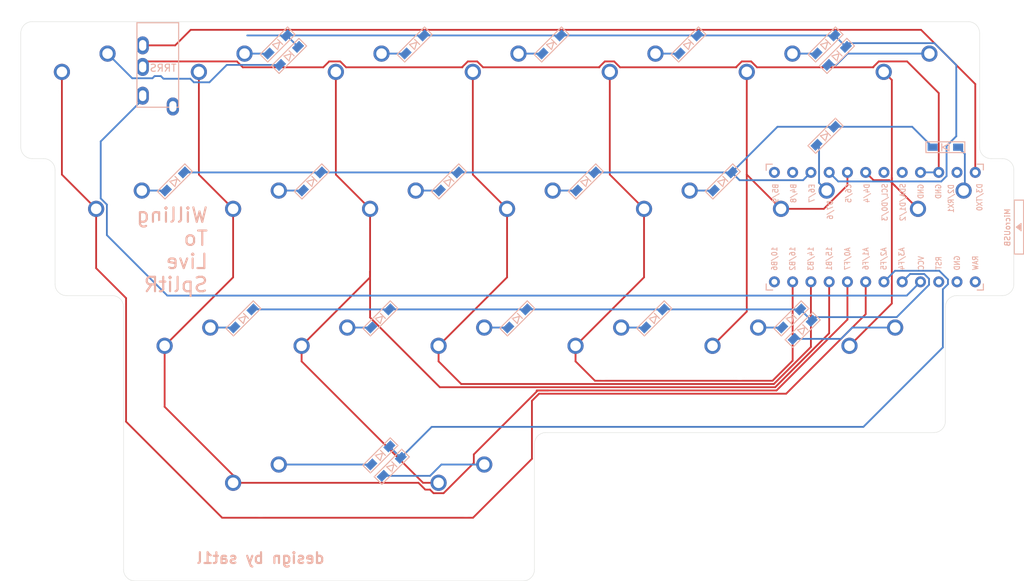
<source format=kicad_pcb>
(kicad_pcb (version 20171130) (host pcbnew "(5.1.10-1-10_14)")

  (general
    (thickness 1.6)
    (drawings 30)
    (tracks 227)
    (zones 0)
    (modules 49)
    (nets 47)
  )

  (page A4)
  (layers
    (0 F.Cu signal)
    (31 B.Cu signal)
    (32 B.Adhes user)
    (33 F.Adhes user)
    (34 B.Paste user)
    (35 F.Paste user)
    (36 B.SilkS user)
    (37 F.SilkS user)
    (38 B.Mask user)
    (39 F.Mask user)
    (40 Dwgs.User user)
    (41 Cmts.User user)
    (42 Eco1.User user)
    (43 Eco2.User user)
    (44 Edge.Cuts user)
    (45 Margin user)
    (46 B.CrtYd user)
    (47 F.CrtYd user)
    (48 B.Fab user)
    (49 F.Fab user)
  )

  (setup
    (last_trace_width 0.25)
    (trace_clearance 0.2)
    (zone_clearance 0.508)
    (zone_45_only no)
    (trace_min 0.2)
    (via_size 0.8)
    (via_drill 0.4)
    (via_min_size 0.4)
    (via_min_drill 0.3)
    (uvia_size 0.3)
    (uvia_drill 0.1)
    (uvias_allowed no)
    (uvia_min_size 0.2)
    (uvia_min_drill 0.1)
    (edge_width 0.05)
    (segment_width 0.2)
    (pcb_text_width 0.3)
    (pcb_text_size 1.5 1.5)
    (mod_edge_width 0.12)
    (mod_text_size 1 1)
    (mod_text_width 0.15)
    (pad_size 1.7 2.5)
    (pad_drill 1)
    (pad_to_mask_clearance 0)
    (aux_axis_origin 0 0)
    (visible_elements FFFFFF7F)
    (pcbplotparams
      (layerselection 0x010f0_ffffffff)
      (usegerberextensions true)
      (usegerberattributes false)
      (usegerberadvancedattributes false)
      (creategerberjobfile false)
      (excludeedgelayer true)
      (linewidth 0.100000)
      (plotframeref false)
      (viasonmask false)
      (mode 1)
      (useauxorigin false)
      (hpglpennumber 1)
      (hpglpenspeed 20)
      (hpglpendiameter 15.000000)
      (psnegative false)
      (psa4output false)
      (plotreference true)
      (plotvalue true)
      (plotinvisibletext false)
      (padsonsilk false)
      (subtractmaskfromsilk true)
      (outputformat 1)
      (mirror false)
      (drillshape 0)
      (scaleselection 1)
      (outputdirectory "../gerbers/WTL-Split-Right/"))
  )

  (net 0 "")
  (net 1 "Net-(D1-Pad2)")
  (net 2 row1)
  (net 3 "Net-(D2-Pad2)")
  (net 4 "Net-(D3-Pad2)")
  (net 5 "Net-(D4-Pad2)")
  (net 6 "Net-(D5-Pad2)")
  (net 7 "Net-(D6-Pad2)")
  (net 8 "Net-(D7-Pad2)")
  (net 9 "Net-(D8-Pad2)")
  (net 10 row2)
  (net 11 "Net-(D9-Pad2)")
  (net 12 "Net-(D10-Pad2)")
  (net 13 "Net-(D11-Pad2)")
  (net 14 "Net-(D12-Pad2)")
  (net 15 "Net-(D13-Pad2)")
  (net 16 "Net-(D14-Pad2)")
  (net 17 "Net-(D15-Pad2)")
  (net 18 row3)
  (net 19 "Net-(D16-Pad2)")
  (net 20 "Net-(D17-Pad2)")
  (net 21 "Net-(D18-Pad2)")
  (net 22 "Net-(D19-Pad2)")
  (net 23 "Net-(D20-Pad2)")
  (net 24 "Net-(D21-Pad2)")
  (net 25 row4)
  (net 26 "Net-(D22-Pad2)")
  (net 27 "Net-(J1-PadA)")
  (net 28 +5V)
  (net 29 GND)
  (net 30 dara_r)
  (net 31 col1)
  (net 32 col2)
  (net 33 col3)
  (net 34 col4)
  (net 35 col5)
  (net 36 col6)
  (net 37 col7)
  (net 38 "Net-(U1-Pad24)")
  (net 39 "Net-(U1-Pad23)")
  (net 40 "Net-(U1-Pad22)")
  (net 41 "Net-(U1-Pad13)")
  (net 42 "Net-(U1-Pad12)")
  (net 43 "Net-(U1-Pad11)")
  (net 44 "Net-(U1-Pad6)")
  (net 45 "Net-(U1-Pad5)")
  (net 46 "Net-(U1-Pad2)")

  (net_class Default "This is the default net class."
    (clearance 0.2)
    (trace_width 0.25)
    (via_dia 0.8)
    (via_drill 0.4)
    (uvia_dia 0.3)
    (uvia_drill 0.1)
    (add_net +5V)
    (add_net GND)
    (add_net "Net-(D1-Pad2)")
    (add_net "Net-(D10-Pad2)")
    (add_net "Net-(D11-Pad2)")
    (add_net "Net-(D12-Pad2)")
    (add_net "Net-(D13-Pad2)")
    (add_net "Net-(D14-Pad2)")
    (add_net "Net-(D15-Pad2)")
    (add_net "Net-(D16-Pad2)")
    (add_net "Net-(D17-Pad2)")
    (add_net "Net-(D18-Pad2)")
    (add_net "Net-(D19-Pad2)")
    (add_net "Net-(D2-Pad2)")
    (add_net "Net-(D20-Pad2)")
    (add_net "Net-(D21-Pad2)")
    (add_net "Net-(D22-Pad2)")
    (add_net "Net-(D3-Pad2)")
    (add_net "Net-(D4-Pad2)")
    (add_net "Net-(D5-Pad2)")
    (add_net "Net-(D6-Pad2)")
    (add_net "Net-(D7-Pad2)")
    (add_net "Net-(D8-Pad2)")
    (add_net "Net-(D9-Pad2)")
    (add_net "Net-(J1-PadA)")
    (add_net "Net-(U1-Pad11)")
    (add_net "Net-(U1-Pad12)")
    (add_net "Net-(U1-Pad13)")
    (add_net "Net-(U1-Pad2)")
    (add_net "Net-(U1-Pad22)")
    (add_net "Net-(U1-Pad23)")
    (add_net "Net-(U1-Pad24)")
    (add_net "Net-(U1-Pad5)")
    (add_net "Net-(U1-Pad6)")
    (add_net col1)
    (add_net col2)
    (add_net col3)
    (add_net col4)
    (add_net col5)
    (add_net col6)
    (add_net col7)
    (add_net dara_r)
    (add_net row1)
    (add_net row2)
    (add_net row3)
    (add_net row4)
  )

  (module MX_Only:MXOnly-2U-ReversedStabilizers-NoLED (layer F.Cu) (tedit 5BD3C7BF) (tstamp 61358378)
    (at 82.55 100.0125)
    (path /613D024C)
    (fp_text reference MX21 (at 0 3.175) (layer Dwgs.User)
      (effects (font (size 1 1) (thickness 0.15)))
    )
    (fp_text value MX-NoLED (at 0 -7.9375) (layer Dwgs.User)
      (effects (font (size 1 1) (thickness 0.15)))
    )
    (fp_line (start -19.05 9.525) (end -19.05 -9.525) (layer Dwgs.User) (width 0.15))
    (fp_line (start -19.05 9.525) (end 19.05 9.525) (layer Dwgs.User) (width 0.15))
    (fp_line (start 19.05 -9.525) (end 19.05 9.525) (layer Dwgs.User) (width 0.15))
    (fp_line (start -19.05 -9.525) (end 19.05 -9.525) (layer Dwgs.User) (width 0.15))
    (fp_line (start -7 -7) (end -7 -5) (layer Dwgs.User) (width 0.15))
    (fp_line (start -5 -7) (end -7 -7) (layer Dwgs.User) (width 0.15))
    (fp_line (start -7 7) (end -5 7) (layer Dwgs.User) (width 0.15))
    (fp_line (start -7 5) (end -7 7) (layer Dwgs.User) (width 0.15))
    (fp_line (start 7 7) (end 7 5) (layer Dwgs.User) (width 0.15))
    (fp_line (start 5 7) (end 7 7) (layer Dwgs.User) (width 0.15))
    (fp_line (start 7 -7) (end 7 -5) (layer Dwgs.User) (width 0.15))
    (fp_line (start 5 -7) (end 7 -7) (layer Dwgs.User) (width 0.15))
    (pad 2 thru_hole circle (at 2.54 -5.08) (size 2.25 2.25) (drill 1.47) (layers *.Cu B.Mask)
      (net 24 "Net-(D21-Pad2)"))
    (pad "" np_thru_hole circle (at 0 0) (size 3.9878 3.9878) (drill 3.9878) (layers *.Cu *.Mask))
    (pad 1 thru_hole circle (at -3.81 -2.54) (size 2.25 2.25) (drill 1.47) (layers *.Cu B.Mask)
      (net 32 col2))
    (pad "" np_thru_hole circle (at -5.08 0 48.0996) (size 1.75 1.75) (drill 1.75) (layers *.Cu *.Mask))
    (pad "" np_thru_hole circle (at 5.08 0 48.0996) (size 1.75 1.75) (drill 1.75) (layers *.Cu *.Mask))
    (pad "" np_thru_hole circle (at -11.90625 6.985) (size 3.048 3.048) (drill 3.048) (layers *.Cu *.Mask))
    (pad "" np_thru_hole circle (at 11.90625 6.985) (size 3.048 3.048) (drill 3.048) (layers *.Cu *.Mask))
    (pad "" np_thru_hole circle (at -11.90625 -8.255) (size 3.9878 3.9878) (drill 3.9878) (layers *.Cu *.Mask))
    (pad "" np_thru_hole circle (at 11.90625 -8.255) (size 3.9878 3.9878) (drill 3.9878) (layers *.Cu *.Mask))
  )

  (module kicadPepe:ToolingHole (layer F.Cu) (tedit 613C087C) (tstamp 613C8868)
    (at 50.8 34.925)
    (fp_text reference REF** (at 0 -2.75) (layer Dwgs.User)
      (effects (font (size 1 1) (thickness 0.15)))
    )
    (fp_text value ToolingHole (at 0 -3.75) (layer Dwgs.User)
      (effects (font (size 1 1) (thickness 0.15)))
    )
    (pad "" np_thru_hole circle (at 0 0) (size 1.152 1.152) (drill 1.152) (layers *.Cu *.Mask))
  )

  (module kicadPepe:ToolingHole (layer F.Cu) (tedit 613C087C) (tstamp 615ADBC5)
    (at 180.975 38.89375)
    (fp_text reference REF** (at 0 -2.75) (layer Dwgs.User)
      (effects (font (size 1 1) (thickness 0.15)))
    )
    (fp_text value ToolingHole (at 0 -3.75) (layer Dwgs.User)
      (effects (font (size 1 1) (thickness 0.15)))
    )
    (pad "" np_thru_hole circle (at 0 0) (size 1.152 1.152) (drill 1.152) (layers *.Cu *.Mask))
  )

  (module kicadPepe:ToolingHole (layer F.Cu) (tedit 613C087C) (tstamp 613C8826)
    (at 65.0875 109.5375)
    (fp_text reference REF** (at 0 -2.75) (layer Dwgs.User)
      (effects (font (size 1 1) (thickness 0.15)))
    )
    (fp_text value ToolingHole (at 0 -3.75) (layer Dwgs.User)
      (effects (font (size 1 1) (thickness 0.15)))
    )
    (pad "" np_thru_hole circle (at 0 0) (size 1.152 1.152) (drill 1.152) (layers *.Cu *.Mask))
  )

  (module kbd:MJ-4PP-9_1side (layer B.Cu) (tedit 615A5462) (tstamp 61357271)
    (at 68.2625 33.3375 180)
    (path /613E65F2)
    (fp_text reference J1 (at -0.85 -4.95 180) (layer B.Fab)
      (effects (font (size 1 1) (thickness 0.15)) (justify mirror))
    )
    (fp_text value MJ-4PP-9 (at 0 -14 180) (layer B.Fab) hide
      (effects (font (size 1 1) (thickness 0.15)) (justify mirror))
    )
    (fp_text user TRRS (at -0.75 -6.45) (layer B.SilkS)
      (effects (font (size 1 1) (thickness 0.15)) (justify mirror))
    )
    (fp_line (start -2.9 -11.9) (end -2.9 -0.15) (layer B.SilkS) (width 0.15))
    (fp_line (start 2.9 -11.9) (end -2.9 -11.9) (layer B.SilkS) (width 0.15))
    (fp_line (start 2.9 -0.15) (end 2.9 -11.9) (layer B.SilkS) (width 0.15))
    (fp_line (start -2.9 -0.15) (end 2.9 -0.15) (layer B.SilkS) (width 0.15))
    (pad A thru_hole oval (at -2.1 -11.8 180) (size 1.7 2.5) (drill oval 1 1.5) (layers *.Cu F.Mask)
      (net 27 "Net-(J1-PadA)") (clearance 0.15))
    (pad D thru_hole oval (at 2.1 -10.3 180) (size 1.7 2.5) (drill oval 1 1.5) (layers *.Cu F.Mask)
      (net 28 +5V) (clearance 0.15))
    (pad C thru_hole oval (at 2.1 -6.3 180) (size 1.7 2.5) (drill oval 1 1.5) (layers *.Cu F.Mask)
      (net 29 GND))
    (pad B thru_hole oval (at 2.1 -3.3 180) (size 1.7 2.5) (drill oval 1 1.5) (layers *.Cu F.Mask)
      (net 30 dara_r))
    (pad "" np_thru_hole circle (at 0 -8.5 180) (size 1.2 1.2) (drill 1.2) (layers *.Cu *.Mask))
    (pad "" np_thru_hole circle (at 0 -1.5 180) (size 1.2 1.2) (drill 1.2) (layers *.Cu *.Mask))
    (model "/Users/sat1l/Downloads/kbd-master/kicad-packages3D/kbd.3dshapes/PJ320A Soldered.step"
      (offset (xyz 0 -8.5 0))
      (scale (xyz 1 1 1))
      (rotate (xyz 0 0 0))
    )
  )

  (module kbd:D3_SMD_v2 (layer B.Cu) (tedit 61597C09) (tstamp 6134E512)
    (at 100.80625 95.25 225)
    (descr "Resitance 3 pas")
    (tags R)
    (path /613D025F)
    (autoplace_cost180 10)
    (attr smd)
    (fp_text reference D22 (at 0.499999 0 45) (layer B.Fab) hide
      (effects (font (size 0.5 0.5) (thickness 0.125)) (justify mirror))
    )
    (fp_text value D_Small (at -0.6 0 45) (layer B.Fab) hide
      (effects (font (size 0.5 0.5) (thickness 0.125)) (justify mirror))
    )
    (fp_line (start -2.7 -0.75) (end 2.7 -0.75) (layer B.SilkS) (width 0.15))
    (fp_line (start 2.7 0.75) (end -2.7 0.75) (layer B.SilkS) (width 0.15))
    (fp_line (start -2.7 0.75) (end -2.7 -0.75) (layer B.SilkS) (width 0.15))
    (fp_line (start 2.7 0.75) (end 2.7 -0.75) (layer B.SilkS) (width 0.15))
    (fp_line (start 0.5 0.5) (end 0.5 -0.5) (layer B.SilkS) (width 0.15))
    (fp_line (start 0.5 -0.5) (end -0.4 0) (layer B.SilkS) (width 0.15))
    (fp_line (start -0.4 0) (end 0.5 0.5) (layer B.SilkS) (width 0.15))
    (fp_line (start -0.5 0.5) (end -0.5 -0.5) (layer B.SilkS) (width 0.15))
    (pad 2 smd rect (at 1.775 0 225) (size 1.4 1) (layers B.Cu B.Paste B.Mask)
      (net 26 "Net-(D22-Pad2)"))
    (pad 1 smd rect (at -1.775 0 225) (size 1.4 1) (layers B.Cu B.Paste B.Mask)
      (net 25 row4))
    (model "/Users/sat1l/Downloads/kbd-master/kicad-packages3D/kbd.3dshapes/D_SOD-123 Soldered.step"
      (at (xyz 0 0 0))
      (scale (xyz 1 1 1))
      (rotate (xyz 0 0 0))
    )
  )

  (module kbd:D3_SMD_v2 (layer B.Cu) (tedit 61597C09) (tstamp 6134E55A)
    (at 99.21875 93.6625 225)
    (descr "Resitance 3 pas")
    (tags R)
    (path /613D0252)
    (autoplace_cost180 10)
    (attr smd)
    (fp_text reference D21 (at 0.499999 0 45) (layer B.Fab) hide
      (effects (font (size 0.5 0.5) (thickness 0.125)) (justify mirror))
    )
    (fp_text value D_Small (at -0.6 0 45) (layer B.Fab) hide
      (effects (font (size 0.5 0.5) (thickness 0.125)) (justify mirror))
    )
    (fp_line (start -2.7 -0.75) (end 2.7 -0.75) (layer B.SilkS) (width 0.15))
    (fp_line (start 2.7 0.75) (end -2.7 0.75) (layer B.SilkS) (width 0.15))
    (fp_line (start -2.7 0.75) (end -2.7 -0.75) (layer B.SilkS) (width 0.15))
    (fp_line (start 2.7 0.75) (end 2.7 -0.75) (layer B.SilkS) (width 0.15))
    (fp_line (start 0.5 0.5) (end 0.5 -0.5) (layer B.SilkS) (width 0.15))
    (fp_line (start 0.5 -0.5) (end -0.4 0) (layer B.SilkS) (width 0.15))
    (fp_line (start -0.4 0) (end 0.5 0.5) (layer B.SilkS) (width 0.15))
    (fp_line (start -0.5 0.5) (end -0.5 -0.5) (layer B.SilkS) (width 0.15))
    (pad 2 smd rect (at 1.775 0 225) (size 1.4 1) (layers B.Cu B.Paste B.Mask)
      (net 24 "Net-(D21-Pad2)"))
    (pad 1 smd rect (at -1.775 0 225) (size 1.4 1) (layers B.Cu B.Paste B.Mask)
      (net 25 row4))
    (model "/Users/sat1l/Downloads/kbd-master/kicad-packages3D/kbd.3dshapes/D_SOD-123 Soldered.step"
      (at (xyz 0 0 0))
      (scale (xyz 1 1 1))
      (rotate (xyz 0 0 0))
    )
  )

  (module kbd:D3_SMD_v2 (layer B.Cu) (tedit 61597C09) (tstamp 6134E5A2)
    (at 157.95625 76.2 225)
    (descr "Resitance 3 pas")
    (tags R)
    (path /613CA9BC)
    (autoplace_cost180 10)
    (attr smd)
    (fp_text reference D20 (at 0.499999 0 45) (layer B.Fab) hide
      (effects (font (size 0.5 0.5) (thickness 0.125)) (justify mirror))
    )
    (fp_text value D_Small (at -0.6 0 45) (layer B.Fab) hide
      (effects (font (size 0.5 0.5) (thickness 0.125)) (justify mirror))
    )
    (fp_line (start -2.7 -0.75) (end 2.7 -0.75) (layer B.SilkS) (width 0.15))
    (fp_line (start 2.7 0.75) (end -2.7 0.75) (layer B.SilkS) (width 0.15))
    (fp_line (start -2.7 0.75) (end -2.7 -0.75) (layer B.SilkS) (width 0.15))
    (fp_line (start 2.7 0.75) (end 2.7 -0.75) (layer B.SilkS) (width 0.15))
    (fp_line (start 0.5 0.5) (end 0.5 -0.5) (layer B.SilkS) (width 0.15))
    (fp_line (start 0.5 -0.5) (end -0.4 0) (layer B.SilkS) (width 0.15))
    (fp_line (start -0.4 0) (end 0.5 0.5) (layer B.SilkS) (width 0.15))
    (fp_line (start -0.5 0.5) (end -0.5 -0.5) (layer B.SilkS) (width 0.15))
    (pad 2 smd rect (at 1.775 0 225) (size 1.4 1) (layers B.Cu B.Paste B.Mask)
      (net 23 "Net-(D20-Pad2)"))
    (pad 1 smd rect (at -1.775 0 225) (size 1.4 1) (layers B.Cu B.Paste B.Mask)
      (net 18 row3))
    (model "/Users/sat1l/Downloads/kbd-master/kicad-packages3D/kbd.3dshapes/D_SOD-123 Soldered.step"
      (at (xyz 0 0 0))
      (scale (xyz 1 1 1))
      (rotate (xyz 0 0 0))
    )
  )

  (module kbd:D3_SMD_v2 (layer B.Cu) (tedit 61597C09) (tstamp 6134E5EA)
    (at 156.36875 74.6125 225)
    (descr "Resitance 3 pas")
    (tags R)
    (path /613CA9E3)
    (autoplace_cost180 10)
    (attr smd)
    (fp_text reference D19 (at 0.499999 0 45) (layer B.Fab) hide
      (effects (font (size 0.5 0.5) (thickness 0.125)) (justify mirror))
    )
    (fp_text value D_Small (at -0.6 0 45) (layer B.Fab) hide
      (effects (font (size 0.5 0.5) (thickness 0.125)) (justify mirror))
    )
    (fp_line (start -2.7 -0.75) (end 2.7 -0.75) (layer B.SilkS) (width 0.15))
    (fp_line (start 2.7 0.75) (end -2.7 0.75) (layer B.SilkS) (width 0.15))
    (fp_line (start -2.7 0.75) (end -2.7 -0.75) (layer B.SilkS) (width 0.15))
    (fp_line (start 2.7 0.75) (end 2.7 -0.75) (layer B.SilkS) (width 0.15))
    (fp_line (start 0.5 0.5) (end 0.5 -0.5) (layer B.SilkS) (width 0.15))
    (fp_line (start 0.5 -0.5) (end -0.4 0) (layer B.SilkS) (width 0.15))
    (fp_line (start -0.4 0) (end 0.5 0.5) (layer B.SilkS) (width 0.15))
    (fp_line (start -0.5 0.5) (end -0.5 -0.5) (layer B.SilkS) (width 0.15))
    (pad 2 smd rect (at 1.775 0 225) (size 1.4 1) (layers B.Cu B.Paste B.Mask)
      (net 22 "Net-(D19-Pad2)"))
    (pad 1 smd rect (at -1.775 0 225) (size 1.4 1) (layers B.Cu B.Paste B.Mask)
      (net 18 row3))
    (model "/Users/sat1l/Downloads/kbd-master/kicad-packages3D/kbd.3dshapes/D_SOD-123 Soldered.step"
      (at (xyz 0 0 0))
      (scale (xyz 1 1 1))
      (rotate (xyz 0 0 0))
    )
  )

  (module kbd:D3_SMD_v2 (layer B.Cu) (tedit 61597C09) (tstamp 6134E632)
    (at 137.31875 74.6125 225)
    (descr "Resitance 3 pas")
    (tags R)
    (path /613CA9D6)
    (autoplace_cost180 10)
    (attr smd)
    (fp_text reference D18 (at 0.499999 0 45) (layer B.Fab) hide
      (effects (font (size 0.5 0.5) (thickness 0.125)) (justify mirror))
    )
    (fp_text value D_Small (at -0.6 0 45) (layer B.Fab) hide
      (effects (font (size 0.5 0.5) (thickness 0.125)) (justify mirror))
    )
    (fp_line (start -2.7 -0.75) (end 2.7 -0.75) (layer B.SilkS) (width 0.15))
    (fp_line (start 2.7 0.75) (end -2.7 0.75) (layer B.SilkS) (width 0.15))
    (fp_line (start -2.7 0.75) (end -2.7 -0.75) (layer B.SilkS) (width 0.15))
    (fp_line (start 2.7 0.75) (end 2.7 -0.75) (layer B.SilkS) (width 0.15))
    (fp_line (start 0.5 0.5) (end 0.5 -0.5) (layer B.SilkS) (width 0.15))
    (fp_line (start 0.5 -0.5) (end -0.4 0) (layer B.SilkS) (width 0.15))
    (fp_line (start -0.4 0) (end 0.5 0.5) (layer B.SilkS) (width 0.15))
    (fp_line (start -0.5 0.5) (end -0.5 -0.5) (layer B.SilkS) (width 0.15))
    (pad 2 smd rect (at 1.775 0 225) (size 1.4 1) (layers B.Cu B.Paste B.Mask)
      (net 21 "Net-(D18-Pad2)"))
    (pad 1 smd rect (at -1.775 0 225) (size 1.4 1) (layers B.Cu B.Paste B.Mask)
      (net 18 row3))
    (model "/Users/sat1l/Downloads/kbd-master/kicad-packages3D/kbd.3dshapes/D_SOD-123 Soldered.step"
      (at (xyz 0 0 0))
      (scale (xyz 1 1 1))
      (rotate (xyz 0 0 0))
    )
  )

  (module kbd:D3_SMD_v2 (layer B.Cu) (tedit 61597C09) (tstamp 6134E67A)
    (at 118.26875 74.6125 225)
    (descr "Resitance 3 pas")
    (tags R)
    (path /613CA9C9)
    (autoplace_cost180 10)
    (attr smd)
    (fp_text reference D17 (at 0.499999 0 45) (layer B.Fab) hide
      (effects (font (size 0.5 0.5) (thickness 0.125)) (justify mirror))
    )
    (fp_text value D_Small (at -0.6 0 45) (layer B.Fab) hide
      (effects (font (size 0.5 0.5) (thickness 0.125)) (justify mirror))
    )
    (fp_line (start -2.7 -0.75) (end 2.7 -0.75) (layer B.SilkS) (width 0.15))
    (fp_line (start 2.7 0.75) (end -2.7 0.75) (layer B.SilkS) (width 0.15))
    (fp_line (start -2.7 0.75) (end -2.7 -0.75) (layer B.SilkS) (width 0.15))
    (fp_line (start 2.7 0.75) (end 2.7 -0.75) (layer B.SilkS) (width 0.15))
    (fp_line (start 0.5 0.5) (end 0.5 -0.5) (layer B.SilkS) (width 0.15))
    (fp_line (start 0.5 -0.5) (end -0.4 0) (layer B.SilkS) (width 0.15))
    (fp_line (start -0.4 0) (end 0.5 0.5) (layer B.SilkS) (width 0.15))
    (fp_line (start -0.5 0.5) (end -0.5 -0.5) (layer B.SilkS) (width 0.15))
    (pad 2 smd rect (at 1.775 0 225) (size 1.4 1) (layers B.Cu B.Paste B.Mask)
      (net 20 "Net-(D17-Pad2)"))
    (pad 1 smd rect (at -1.775 0 225) (size 1.4 1) (layers B.Cu B.Paste B.Mask)
      (net 18 row3))
    (model "/Users/sat1l/Downloads/kbd-master/kicad-packages3D/kbd.3dshapes/D_SOD-123 Soldered.step"
      (at (xyz 0 0 0))
      (scale (xyz 1 1 1))
      (rotate (xyz 0 0 0))
    )
  )

  (module kbd:D3_SMD_v2 (layer B.Cu) (tedit 61597C09) (tstamp 6134E6C2)
    (at 99.21875 74.6125 225)
    (descr "Resitance 3 pas")
    (tags R)
    (path /613CA9AF)
    (autoplace_cost180 10)
    (attr smd)
    (fp_text reference D16 (at 0.499999 0 45) (layer B.Fab) hide
      (effects (font (size 0.5 0.5) (thickness 0.125)) (justify mirror))
    )
    (fp_text value D_Small (at -0.6 0 45) (layer B.Fab) hide
      (effects (font (size 0.5 0.5) (thickness 0.125)) (justify mirror))
    )
    (fp_line (start -2.7 -0.75) (end 2.7 -0.75) (layer B.SilkS) (width 0.15))
    (fp_line (start 2.7 0.75) (end -2.7 0.75) (layer B.SilkS) (width 0.15))
    (fp_line (start -2.7 0.75) (end -2.7 -0.75) (layer B.SilkS) (width 0.15))
    (fp_line (start 2.7 0.75) (end 2.7 -0.75) (layer B.SilkS) (width 0.15))
    (fp_line (start 0.5 0.5) (end 0.5 -0.5) (layer B.SilkS) (width 0.15))
    (fp_line (start 0.5 -0.5) (end -0.4 0) (layer B.SilkS) (width 0.15))
    (fp_line (start -0.4 0) (end 0.5 0.5) (layer B.SilkS) (width 0.15))
    (fp_line (start -0.5 0.5) (end -0.5 -0.5) (layer B.SilkS) (width 0.15))
    (pad 2 smd rect (at 1.775 0 225) (size 1.4 1) (layers B.Cu B.Paste B.Mask)
      (net 19 "Net-(D16-Pad2)"))
    (pad 1 smd rect (at -1.775 0 225) (size 1.4 1) (layers B.Cu B.Paste B.Mask)
      (net 18 row3))
    (model "/Users/sat1l/Downloads/kbd-master/kicad-packages3D/kbd.3dshapes/D_SOD-123 Soldered.step"
      (at (xyz 0 0 0))
      (scale (xyz 1 1 1))
      (rotate (xyz 0 0 0))
    )
  )

  (module kbd:D3_SMD_v2 (layer B.Cu) (tedit 61597C09) (tstamp 6134E70A)
    (at 80.16875 74.6125 225)
    (descr "Resitance 3 pas")
    (tags R)
    (path /613CA9A2)
    (autoplace_cost180 10)
    (attr smd)
    (fp_text reference D15 (at 0.499999 0 45) (layer B.Fab) hide
      (effects (font (size 0.5 0.5) (thickness 0.125)) (justify mirror))
    )
    (fp_text value D_Small (at -0.6 0 45) (layer B.Fab) hide
      (effects (font (size 0.5 0.5) (thickness 0.125)) (justify mirror))
    )
    (fp_line (start -2.7 -0.75) (end 2.7 -0.75) (layer B.SilkS) (width 0.15))
    (fp_line (start 2.7 0.75) (end -2.7 0.75) (layer B.SilkS) (width 0.15))
    (fp_line (start -2.7 0.75) (end -2.7 -0.75) (layer B.SilkS) (width 0.15))
    (fp_line (start 2.7 0.75) (end 2.7 -0.75) (layer B.SilkS) (width 0.15))
    (fp_line (start 0.5 0.5) (end 0.5 -0.5) (layer B.SilkS) (width 0.15))
    (fp_line (start 0.5 -0.5) (end -0.4 0) (layer B.SilkS) (width 0.15))
    (fp_line (start -0.4 0) (end 0.5 0.5) (layer B.SilkS) (width 0.15))
    (fp_line (start -0.5 0.5) (end -0.5 -0.5) (layer B.SilkS) (width 0.15))
    (pad 2 smd rect (at 1.775 0 225) (size 1.4 1) (layers B.Cu B.Paste B.Mask)
      (net 17 "Net-(D15-Pad2)"))
    (pad 1 smd rect (at -1.775 0 225) (size 1.4 1) (layers B.Cu B.Paste B.Mask)
      (net 18 row3))
    (model "/Users/sat1l/Downloads/kbd-master/kicad-packages3D/kbd.3dshapes/D_SOD-123 Soldered.step"
      (at (xyz 0 0 0))
      (scale (xyz 1 1 1))
      (rotate (xyz 0 0 0))
    )
  )

  (module kbd:D3_SMD_v2 (layer B.Cu) (tedit 61597C09) (tstamp 615AE280)
    (at 177.8 50.8)
    (descr "Resitance 3 pas")
    (tags R)
    (path /613BBD35)
    (autoplace_cost180 10)
    (attr smd)
    (fp_text reference D14 (at 0.5 0) (layer B.Fab) hide
      (effects (font (size 0.5 0.5) (thickness 0.125)) (justify mirror))
    )
    (fp_text value D_Small (at -0.6 0) (layer B.Fab) hide
      (effects (font (size 0.5 0.5) (thickness 0.125)) (justify mirror))
    )
    (fp_line (start -2.7 -0.75) (end 2.7 -0.75) (layer B.SilkS) (width 0.15))
    (fp_line (start 2.7 0.75) (end -2.7 0.75) (layer B.SilkS) (width 0.15))
    (fp_line (start -2.7 0.75) (end -2.7 -0.75) (layer B.SilkS) (width 0.15))
    (fp_line (start 2.7 0.75) (end 2.7 -0.75) (layer B.SilkS) (width 0.15))
    (fp_line (start 0.5 0.5) (end 0.5 -0.5) (layer B.SilkS) (width 0.15))
    (fp_line (start 0.5 -0.5) (end -0.4 0) (layer B.SilkS) (width 0.15))
    (fp_line (start -0.4 0) (end 0.5 0.5) (layer B.SilkS) (width 0.15))
    (fp_line (start -0.5 0.5) (end -0.5 -0.5) (layer B.SilkS) (width 0.15))
    (pad 2 smd rect (at 1.775 0) (size 1.4 1) (layers B.Cu B.Paste B.Mask)
      (net 16 "Net-(D14-Pad2)"))
    (pad 1 smd rect (at -1.775 0) (size 1.4 1) (layers B.Cu B.Paste B.Mask)
      (net 10 row2))
    (model "/Users/sat1l/Downloads/kbd-master/kicad-packages3D/kbd.3dshapes/D_SOD-123 Soldered.step"
      (at (xyz 0 0 0))
      (scale (xyz 1 1 1))
      (rotate (xyz 0 0 0))
    )
  )

  (module kbd:D3_SMD_v2 (layer B.Cu) (tedit 61597C09) (tstamp 6134E79A)
    (at 161.13125 49.2125 225)
    (descr "Resitance 3 pas")
    (tags R)
    (path /613BBD5C)
    (autoplace_cost180 10)
    (attr smd)
    (fp_text reference D13 (at 0.499999 0 45) (layer B.Fab) hide
      (effects (font (size 0.5 0.5) (thickness 0.125)) (justify mirror))
    )
    (fp_text value D_Small (at -0.6 0 45) (layer B.Fab) hide
      (effects (font (size 0.5 0.5) (thickness 0.125)) (justify mirror))
    )
    (fp_line (start -2.7 -0.75) (end 2.7 -0.75) (layer B.SilkS) (width 0.15))
    (fp_line (start 2.7 0.75) (end -2.7 0.75) (layer B.SilkS) (width 0.15))
    (fp_line (start -2.7 0.75) (end -2.7 -0.75) (layer B.SilkS) (width 0.15))
    (fp_line (start 2.7 0.75) (end 2.7 -0.75) (layer B.SilkS) (width 0.15))
    (fp_line (start 0.5 0.5) (end 0.5 -0.5) (layer B.SilkS) (width 0.15))
    (fp_line (start 0.5 -0.5) (end -0.4 0) (layer B.SilkS) (width 0.15))
    (fp_line (start -0.4 0) (end 0.5 0.5) (layer B.SilkS) (width 0.15))
    (fp_line (start -0.5 0.5) (end -0.5 -0.5) (layer B.SilkS) (width 0.15))
    (pad 2 smd rect (at 1.775 0 225) (size 1.4 1) (layers B.Cu B.Paste B.Mask)
      (net 15 "Net-(D13-Pad2)"))
    (pad 1 smd rect (at -1.775 0 225) (size 1.4 1) (layers B.Cu B.Paste B.Mask)
      (net 10 row2))
    (model "/Users/sat1l/Downloads/kbd-master/kicad-packages3D/kbd.3dshapes/D_SOD-123 Soldered.step"
      (at (xyz 0 0 0))
      (scale (xyz 1 1 1))
      (rotate (xyz 0 0 0))
    )
  )

  (module kbd:D3_SMD_v2 (layer B.Cu) (tedit 61597C09) (tstamp 6134E7E2)
    (at 146.84375 55.5625 225)
    (descr "Resitance 3 pas")
    (tags R)
    (path /613BBD4F)
    (autoplace_cost180 10)
    (attr smd)
    (fp_text reference D12 (at 0.499999 0 45) (layer B.Fab) hide
      (effects (font (size 0.5 0.5) (thickness 0.125)) (justify mirror))
    )
    (fp_text value D_Small (at -0.6 0 45) (layer B.Fab) hide
      (effects (font (size 0.5 0.5) (thickness 0.125)) (justify mirror))
    )
    (fp_line (start -2.7 -0.75) (end 2.7 -0.75) (layer B.SilkS) (width 0.15))
    (fp_line (start 2.7 0.75) (end -2.7 0.75) (layer B.SilkS) (width 0.15))
    (fp_line (start -2.7 0.75) (end -2.7 -0.75) (layer B.SilkS) (width 0.15))
    (fp_line (start 2.7 0.75) (end 2.7 -0.75) (layer B.SilkS) (width 0.15))
    (fp_line (start 0.5 0.5) (end 0.5 -0.5) (layer B.SilkS) (width 0.15))
    (fp_line (start 0.5 -0.5) (end -0.4 0) (layer B.SilkS) (width 0.15))
    (fp_line (start -0.4 0) (end 0.5 0.5) (layer B.SilkS) (width 0.15))
    (fp_line (start -0.5 0.5) (end -0.5 -0.5) (layer B.SilkS) (width 0.15))
    (pad 2 smd rect (at 1.775 0 225) (size 1.4 1) (layers B.Cu B.Paste B.Mask)
      (net 14 "Net-(D12-Pad2)"))
    (pad 1 smd rect (at -1.775 0 225) (size 1.4 1) (layers B.Cu B.Paste B.Mask)
      (net 10 row2))
    (model "/Users/sat1l/Downloads/kbd-master/kicad-packages3D/kbd.3dshapes/D_SOD-123 Soldered.step"
      (at (xyz 0 0 0))
      (scale (xyz 1 1 1))
      (rotate (xyz 0 0 0))
    )
  )

  (module kbd:D3_SMD_v2 (layer B.Cu) (tedit 61597C09) (tstamp 6134E82A)
    (at 127.79375 55.5625 225)
    (descr "Resitance 3 pas")
    (tags R)
    (path /613BBD42)
    (autoplace_cost180 10)
    (attr smd)
    (fp_text reference D11 (at 0.499999 0 45) (layer B.Fab) hide
      (effects (font (size 0.5 0.5) (thickness 0.125)) (justify mirror))
    )
    (fp_text value D_Small (at -0.6 0 45) (layer B.Fab) hide
      (effects (font (size 0.5 0.5) (thickness 0.125)) (justify mirror))
    )
    (fp_line (start -2.7 -0.75) (end 2.7 -0.75) (layer B.SilkS) (width 0.15))
    (fp_line (start 2.7 0.75) (end -2.7 0.75) (layer B.SilkS) (width 0.15))
    (fp_line (start -2.7 0.75) (end -2.7 -0.75) (layer B.SilkS) (width 0.15))
    (fp_line (start 2.7 0.75) (end 2.7 -0.75) (layer B.SilkS) (width 0.15))
    (fp_line (start 0.5 0.5) (end 0.5 -0.5) (layer B.SilkS) (width 0.15))
    (fp_line (start 0.5 -0.5) (end -0.4 0) (layer B.SilkS) (width 0.15))
    (fp_line (start -0.4 0) (end 0.5 0.5) (layer B.SilkS) (width 0.15))
    (fp_line (start -0.5 0.5) (end -0.5 -0.5) (layer B.SilkS) (width 0.15))
    (pad 2 smd rect (at 1.775 0 225) (size 1.4 1) (layers B.Cu B.Paste B.Mask)
      (net 13 "Net-(D11-Pad2)"))
    (pad 1 smd rect (at -1.775 0 225) (size 1.4 1) (layers B.Cu B.Paste B.Mask)
      (net 10 row2))
    (model "/Users/sat1l/Downloads/kbd-master/kicad-packages3D/kbd.3dshapes/D_SOD-123 Soldered.step"
      (at (xyz 0 0 0))
      (scale (xyz 1 1 1))
      (rotate (xyz 0 0 0))
    )
  )

  (module kbd:D3_SMD_v2 (layer B.Cu) (tedit 61597C09) (tstamp 6134E872)
    (at 108.74375 55.5625 225)
    (descr "Resitance 3 pas")
    (tags R)
    (path /613BBD28)
    (autoplace_cost180 10)
    (attr smd)
    (fp_text reference D10 (at 0.499999 0 45) (layer B.Fab) hide
      (effects (font (size 0.5 0.5) (thickness 0.125)) (justify mirror))
    )
    (fp_text value D_Small (at -0.6 0 45) (layer B.Fab) hide
      (effects (font (size 0.5 0.5) (thickness 0.125)) (justify mirror))
    )
    (fp_line (start -2.7 -0.75) (end 2.7 -0.75) (layer B.SilkS) (width 0.15))
    (fp_line (start 2.7 0.75) (end -2.7 0.75) (layer B.SilkS) (width 0.15))
    (fp_line (start -2.7 0.75) (end -2.7 -0.75) (layer B.SilkS) (width 0.15))
    (fp_line (start 2.7 0.75) (end 2.7 -0.75) (layer B.SilkS) (width 0.15))
    (fp_line (start 0.5 0.5) (end 0.5 -0.5) (layer B.SilkS) (width 0.15))
    (fp_line (start 0.5 -0.5) (end -0.4 0) (layer B.SilkS) (width 0.15))
    (fp_line (start -0.4 0) (end 0.5 0.5) (layer B.SilkS) (width 0.15))
    (fp_line (start -0.5 0.5) (end -0.5 -0.5) (layer B.SilkS) (width 0.15))
    (pad 2 smd rect (at 1.775 0 225) (size 1.4 1) (layers B.Cu B.Paste B.Mask)
      (net 12 "Net-(D10-Pad2)"))
    (pad 1 smd rect (at -1.775 0 225) (size 1.4 1) (layers B.Cu B.Paste B.Mask)
      (net 10 row2))
    (model "/Users/sat1l/Downloads/kbd-master/kicad-packages3D/kbd.3dshapes/D_SOD-123 Soldered.step"
      (at (xyz 0 0 0))
      (scale (xyz 1 1 1))
      (rotate (xyz 0 0 0))
    )
  )

  (module kbd:D3_SMD_v2 (layer B.Cu) (tedit 61597C09) (tstamp 6134E8BA)
    (at 89.69375 55.5625 225)
    (descr "Resitance 3 pas")
    (tags R)
    (path /613BBD1B)
    (autoplace_cost180 10)
    (attr smd)
    (fp_text reference D9 (at 0.499999 0 45) (layer B.Fab) hide
      (effects (font (size 0.5 0.5) (thickness 0.125)) (justify mirror))
    )
    (fp_text value D_Small (at -0.6 0 45) (layer B.Fab) hide
      (effects (font (size 0.5 0.5) (thickness 0.125)) (justify mirror))
    )
    (fp_line (start -2.7 -0.75) (end 2.7 -0.75) (layer B.SilkS) (width 0.15))
    (fp_line (start 2.7 0.75) (end -2.7 0.75) (layer B.SilkS) (width 0.15))
    (fp_line (start -2.7 0.75) (end -2.7 -0.75) (layer B.SilkS) (width 0.15))
    (fp_line (start 2.7 0.75) (end 2.7 -0.75) (layer B.SilkS) (width 0.15))
    (fp_line (start 0.5 0.5) (end 0.5 -0.5) (layer B.SilkS) (width 0.15))
    (fp_line (start 0.5 -0.5) (end -0.4 0) (layer B.SilkS) (width 0.15))
    (fp_line (start -0.4 0) (end 0.5 0.5) (layer B.SilkS) (width 0.15))
    (fp_line (start -0.5 0.5) (end -0.5 -0.5) (layer B.SilkS) (width 0.15))
    (pad 2 smd rect (at 1.775 0 225) (size 1.4 1) (layers B.Cu B.Paste B.Mask)
      (net 11 "Net-(D9-Pad2)"))
    (pad 1 smd rect (at -1.775 0 225) (size 1.4 1) (layers B.Cu B.Paste B.Mask)
      (net 10 row2))
    (model "/Users/sat1l/Downloads/kbd-master/kicad-packages3D/kbd.3dshapes/D_SOD-123 Soldered.step"
      (at (xyz 0 0 0))
      (scale (xyz 1 1 1))
      (rotate (xyz 0 0 0))
    )
  )

  (module kbd:D3_SMD_v2 (layer B.Cu) (tedit 61597C09) (tstamp 6134E902)
    (at 70.64375 55.5625 225)
    (descr "Resitance 3 pas")
    (tags R)
    (path /613BBD0E)
    (autoplace_cost180 10)
    (attr smd)
    (fp_text reference D8 (at 0.499999 0 45) (layer B.Fab) hide
      (effects (font (size 0.5 0.5) (thickness 0.125)) (justify mirror))
    )
    (fp_text value D_Small (at -0.6 0 45) (layer B.Fab) hide
      (effects (font (size 0.5 0.5) (thickness 0.125)) (justify mirror))
    )
    (fp_line (start -2.7 -0.75) (end 2.7 -0.75) (layer B.SilkS) (width 0.15))
    (fp_line (start 2.7 0.75) (end -2.7 0.75) (layer B.SilkS) (width 0.15))
    (fp_line (start -2.7 0.75) (end -2.7 -0.75) (layer B.SilkS) (width 0.15))
    (fp_line (start 2.7 0.75) (end 2.7 -0.75) (layer B.SilkS) (width 0.15))
    (fp_line (start 0.5 0.5) (end 0.5 -0.5) (layer B.SilkS) (width 0.15))
    (fp_line (start 0.5 -0.5) (end -0.4 0) (layer B.SilkS) (width 0.15))
    (fp_line (start -0.4 0) (end 0.5 0.5) (layer B.SilkS) (width 0.15))
    (fp_line (start -0.5 0.5) (end -0.5 -0.5) (layer B.SilkS) (width 0.15))
    (pad 2 smd rect (at 1.775 0 225) (size 1.4 1) (layers B.Cu B.Paste B.Mask)
      (net 9 "Net-(D8-Pad2)"))
    (pad 1 smd rect (at -1.775 0 225) (size 1.4 1) (layers B.Cu B.Paste B.Mask)
      (net 10 row2))
    (model "/Users/sat1l/Downloads/kbd-master/kicad-packages3D/kbd.3dshapes/D_SOD-123 Soldered.step"
      (at (xyz 0 0 0))
      (scale (xyz 1 1 1))
      (rotate (xyz 0 0 0))
    )
  )

  (module kbd:D3_SMD_v2 (layer B.Cu) (tedit 61597C09) (tstamp 6134E94A)
    (at 162.71875 38.1 225)
    (descr "Resitance 3 pas")
    (tags R)
    (path /61399B27)
    (autoplace_cost180 10)
    (attr smd)
    (fp_text reference D7 (at 0.499999 0 45) (layer B.Fab) hide
      (effects (font (size 0.5 0.5) (thickness 0.125)) (justify mirror))
    )
    (fp_text value D_Small (at -0.6 0 45) (layer B.Fab) hide
      (effects (font (size 0.5 0.5) (thickness 0.125)) (justify mirror))
    )
    (fp_line (start -2.7 -0.75) (end 2.7 -0.75) (layer B.SilkS) (width 0.15))
    (fp_line (start 2.7 0.75) (end -2.7 0.75) (layer B.SilkS) (width 0.15))
    (fp_line (start -2.7 0.75) (end -2.7 -0.75) (layer B.SilkS) (width 0.15))
    (fp_line (start 2.7 0.75) (end 2.7 -0.75) (layer B.SilkS) (width 0.15))
    (fp_line (start 0.5 0.5) (end 0.5 -0.5) (layer B.SilkS) (width 0.15))
    (fp_line (start 0.5 -0.5) (end -0.4 0) (layer B.SilkS) (width 0.15))
    (fp_line (start -0.4 0) (end 0.5 0.5) (layer B.SilkS) (width 0.15))
    (fp_line (start -0.5 0.5) (end -0.5 -0.5) (layer B.SilkS) (width 0.15))
    (pad 2 smd rect (at 1.775 0 225) (size 1.4 1) (layers B.Cu B.Paste B.Mask)
      (net 8 "Net-(D7-Pad2)"))
    (pad 1 smd rect (at -1.775 0 225) (size 1.4 1) (layers B.Cu B.Paste B.Mask)
      (net 2 row1))
    (model "/Users/sat1l/Downloads/kbd-master/kicad-packages3D/kbd.3dshapes/D_SOD-123 Soldered.step"
      (at (xyz 0 0 0))
      (scale (xyz 1 1 1))
      (rotate (xyz 0 0 0))
    )
  )

  (module kbd:D3_SMD_v2 (layer B.Cu) (tedit 61597C09) (tstamp 6134E992)
    (at 161.13125 36.5125 225)
    (descr "Resitance 3 pas")
    (tags R)
    (path /6139D5EA)
    (autoplace_cost180 10)
    (attr smd)
    (fp_text reference D6 (at 0.499999 0 45) (layer B.Fab) hide
      (effects (font (size 0.5 0.5) (thickness 0.125)) (justify mirror))
    )
    (fp_text value D_Small (at -0.6 0 45) (layer B.Fab) hide
      (effects (font (size 0.5 0.5) (thickness 0.125)) (justify mirror))
    )
    (fp_line (start -2.7 -0.75) (end 2.7 -0.75) (layer B.SilkS) (width 0.15))
    (fp_line (start 2.7 0.75) (end -2.7 0.75) (layer B.SilkS) (width 0.15))
    (fp_line (start -2.7 0.75) (end -2.7 -0.75) (layer B.SilkS) (width 0.15))
    (fp_line (start 2.7 0.75) (end 2.7 -0.75) (layer B.SilkS) (width 0.15))
    (fp_line (start 0.5 0.5) (end 0.5 -0.5) (layer B.SilkS) (width 0.15))
    (fp_line (start 0.5 -0.5) (end -0.4 0) (layer B.SilkS) (width 0.15))
    (fp_line (start -0.4 0) (end 0.5 0.5) (layer B.SilkS) (width 0.15))
    (fp_line (start -0.5 0.5) (end -0.5 -0.5) (layer B.SilkS) (width 0.15))
    (pad 2 smd rect (at 1.775 0 225) (size 1.4 1) (layers B.Cu B.Paste B.Mask)
      (net 7 "Net-(D6-Pad2)"))
    (pad 1 smd rect (at -1.775 0 225) (size 1.4 1) (layers B.Cu B.Paste B.Mask)
      (net 2 row1))
    (model "/Users/sat1l/Downloads/kbd-master/kicad-packages3D/kbd.3dshapes/D_SOD-123 Soldered.step"
      (at (xyz 0 0 0))
      (scale (xyz 1 1 1))
      (rotate (xyz 0 0 0))
    )
  )

  (module kbd:D3_SMD_v2 (layer B.Cu) (tedit 61597C09) (tstamp 6134E9DA)
    (at 142.08125 36.5125 225)
    (descr "Resitance 3 pas")
    (tags R)
    (path /6139D5DD)
    (autoplace_cost180 10)
    (attr smd)
    (fp_text reference D5 (at 0.499999 0 45) (layer B.Fab) hide
      (effects (font (size 0.5 0.5) (thickness 0.125)) (justify mirror))
    )
    (fp_text value D_Small (at -0.6 0 45) (layer B.Fab) hide
      (effects (font (size 0.5 0.5) (thickness 0.125)) (justify mirror))
    )
    (fp_line (start -2.7 -0.75) (end 2.7 -0.75) (layer B.SilkS) (width 0.15))
    (fp_line (start 2.7 0.75) (end -2.7 0.75) (layer B.SilkS) (width 0.15))
    (fp_line (start -2.7 0.75) (end -2.7 -0.75) (layer B.SilkS) (width 0.15))
    (fp_line (start 2.7 0.75) (end 2.7 -0.75) (layer B.SilkS) (width 0.15))
    (fp_line (start 0.5 0.5) (end 0.5 -0.5) (layer B.SilkS) (width 0.15))
    (fp_line (start 0.5 -0.5) (end -0.4 0) (layer B.SilkS) (width 0.15))
    (fp_line (start -0.4 0) (end 0.5 0.5) (layer B.SilkS) (width 0.15))
    (fp_line (start -0.5 0.5) (end -0.5 -0.5) (layer B.SilkS) (width 0.15))
    (pad 2 smd rect (at 1.775 0 225) (size 1.4 1) (layers B.Cu B.Paste B.Mask)
      (net 6 "Net-(D5-Pad2)"))
    (pad 1 smd rect (at -1.775 0 225) (size 1.4 1) (layers B.Cu B.Paste B.Mask)
      (net 2 row1))
    (model "/Users/sat1l/Downloads/kbd-master/kicad-packages3D/kbd.3dshapes/D_SOD-123 Soldered.step"
      (at (xyz 0 0 0))
      (scale (xyz 1 1 1))
      (rotate (xyz 0 0 0))
    )
  )

  (module kbd:D3_SMD_v2 (layer B.Cu) (tedit 61597C09) (tstamp 6135722C)
    (at 123.03125 36.5125 225)
    (descr "Resitance 3 pas")
    (tags R)
    (path /6139D5D0)
    (autoplace_cost180 10)
    (attr smd)
    (fp_text reference D4 (at 0.499999 0 45) (layer B.Fab) hide
      (effects (font (size 0.5 0.5) (thickness 0.125)) (justify mirror))
    )
    (fp_text value D_Small (at -0.6 0 45) (layer B.Fab) hide
      (effects (font (size 0.5 0.5) (thickness 0.125)) (justify mirror))
    )
    (fp_line (start -2.7 -0.75) (end 2.7 -0.75) (layer B.SilkS) (width 0.15))
    (fp_line (start 2.7 0.75) (end -2.7 0.75) (layer B.SilkS) (width 0.15))
    (fp_line (start -2.7 0.75) (end -2.7 -0.75) (layer B.SilkS) (width 0.15))
    (fp_line (start 2.7 0.75) (end 2.7 -0.75) (layer B.SilkS) (width 0.15))
    (fp_line (start 0.5 0.5) (end 0.5 -0.5) (layer B.SilkS) (width 0.15))
    (fp_line (start 0.5 -0.5) (end -0.4 0) (layer B.SilkS) (width 0.15))
    (fp_line (start -0.4 0) (end 0.5 0.5) (layer B.SilkS) (width 0.15))
    (fp_line (start -0.5 0.5) (end -0.5 -0.5) (layer B.SilkS) (width 0.15))
    (pad 2 smd rect (at 1.775 0 225) (size 1.4 1) (layers B.Cu B.Paste B.Mask)
      (net 5 "Net-(D4-Pad2)"))
    (pad 1 smd rect (at -1.775 0 225) (size 1.4 1) (layers B.Cu B.Paste B.Mask)
      (net 2 row1))
    (model "/Users/sat1l/Downloads/kbd-master/kicad-packages3D/kbd.3dshapes/D_SOD-123 Soldered.step"
      (at (xyz 0 0 0))
      (scale (xyz 1 1 1))
      (rotate (xyz 0 0 0))
    )
  )

  (module kbd:D3_SMD_v2 (layer B.Cu) (tedit 61597C09) (tstamp 6134EA6A)
    (at 103.98125 36.5125 225)
    (descr "Resitance 3 pas")
    (tags R)
    (path /61398FD1)
    (autoplace_cost180 10)
    (attr smd)
    (fp_text reference D3 (at 0.499999 0 45) (layer B.Fab) hide
      (effects (font (size 0.5 0.5) (thickness 0.125)) (justify mirror))
    )
    (fp_text value D_Small (at -0.6 0 45) (layer B.Fab) hide
      (effects (font (size 0.5 0.5) (thickness 0.125)) (justify mirror))
    )
    (fp_line (start -2.7 -0.75) (end 2.7 -0.75) (layer B.SilkS) (width 0.15))
    (fp_line (start 2.7 0.75) (end -2.7 0.75) (layer B.SilkS) (width 0.15))
    (fp_line (start -2.7 0.75) (end -2.7 -0.75) (layer B.SilkS) (width 0.15))
    (fp_line (start 2.7 0.75) (end 2.7 -0.75) (layer B.SilkS) (width 0.15))
    (fp_line (start 0.5 0.5) (end 0.5 -0.5) (layer B.SilkS) (width 0.15))
    (fp_line (start 0.5 -0.5) (end -0.4 0) (layer B.SilkS) (width 0.15))
    (fp_line (start -0.4 0) (end 0.5 0.5) (layer B.SilkS) (width 0.15))
    (fp_line (start -0.5 0.5) (end -0.5 -0.5) (layer B.SilkS) (width 0.15))
    (pad 2 smd rect (at 1.775 0 225) (size 1.4 1) (layers B.Cu B.Paste B.Mask)
      (net 4 "Net-(D3-Pad2)"))
    (pad 1 smd rect (at -1.775 0 225) (size 1.4 1) (layers B.Cu B.Paste B.Mask)
      (net 2 row1))
    (model "/Users/sat1l/Downloads/kbd-master/kicad-packages3D/kbd.3dshapes/D_SOD-123 Soldered.step"
      (at (xyz 0 0 0))
      (scale (xyz 1 1 1))
      (rotate (xyz 0 0 0))
    )
  )

  (module kbd:D3_SMD_v2 (layer B.Cu) (tedit 61597C09) (tstamp 6134EAB2)
    (at 84.93125 36.5125 225)
    (descr "Resitance 3 pas")
    (tags R)
    (path /61397255)
    (autoplace_cost180 10)
    (attr smd)
    (fp_text reference D2 (at 0.499999 0 45) (layer B.Fab) hide
      (effects (font (size 0.5 0.5) (thickness 0.125)) (justify mirror))
    )
    (fp_text value D_Small (at -0.6 0 45) (layer B.Fab) hide
      (effects (font (size 0.5 0.5) (thickness 0.125)) (justify mirror))
    )
    (fp_line (start -2.7 -0.75) (end 2.7 -0.75) (layer B.SilkS) (width 0.15))
    (fp_line (start 2.7 0.75) (end -2.7 0.75) (layer B.SilkS) (width 0.15))
    (fp_line (start -2.7 0.75) (end -2.7 -0.75) (layer B.SilkS) (width 0.15))
    (fp_line (start 2.7 0.75) (end 2.7 -0.75) (layer B.SilkS) (width 0.15))
    (fp_line (start 0.5 0.5) (end 0.5 -0.5) (layer B.SilkS) (width 0.15))
    (fp_line (start 0.5 -0.5) (end -0.4 0) (layer B.SilkS) (width 0.15))
    (fp_line (start -0.4 0) (end 0.5 0.5) (layer B.SilkS) (width 0.15))
    (fp_line (start -0.5 0.5) (end -0.5 -0.5) (layer B.SilkS) (width 0.15))
    (pad 2 smd rect (at 1.775 0 225) (size 1.4 1) (layers B.Cu B.Paste B.Mask)
      (net 3 "Net-(D2-Pad2)"))
    (pad 1 smd rect (at -1.775 0 225) (size 1.4 1) (layers B.Cu B.Paste B.Mask)
      (net 2 row1))
    (model "/Users/sat1l/Downloads/kbd-master/kicad-packages3D/kbd.3dshapes/D_SOD-123 Soldered.step"
      (at (xyz 0 0 0))
      (scale (xyz 1 1 1))
      (rotate (xyz 0 0 0))
    )
  )

  (module kbd:D3_SMD_v2 (layer B.Cu) (tedit 61597C09) (tstamp 6134EAFA)
    (at 86.51875 38.1 225)
    (descr "Resitance 3 pas")
    (tags R)
    (path /6139320F)
    (autoplace_cost180 10)
    (attr smd)
    (fp_text reference D1 (at 0.499999 0 45) (layer B.Fab) hide
      (effects (font (size 0.5 0.5) (thickness 0.125)) (justify mirror))
    )
    (fp_text value D_Small (at -0.6 0 45) (layer B.Fab) hide
      (effects (font (size 0.5 0.5) (thickness 0.125)) (justify mirror))
    )
    (fp_line (start -2.7 -0.75) (end 2.7 -0.75) (layer B.SilkS) (width 0.15))
    (fp_line (start 2.7 0.75) (end -2.7 0.75) (layer B.SilkS) (width 0.15))
    (fp_line (start -2.7 0.75) (end -2.7 -0.75) (layer B.SilkS) (width 0.15))
    (fp_line (start 2.7 0.75) (end 2.7 -0.75) (layer B.SilkS) (width 0.15))
    (fp_line (start 0.5 0.5) (end 0.5 -0.5) (layer B.SilkS) (width 0.15))
    (fp_line (start 0.5 -0.5) (end -0.4 0) (layer B.SilkS) (width 0.15))
    (fp_line (start -0.4 0) (end 0.5 0.5) (layer B.SilkS) (width 0.15))
    (fp_line (start -0.5 0.5) (end -0.5 -0.5) (layer B.SilkS) (width 0.15))
    (pad 2 smd rect (at 1.775 0 225) (size 1.4 1) (layers B.Cu B.Paste B.Mask)
      (net 1 "Net-(D1-Pad2)"))
    (pad 1 smd rect (at -1.775 0 225) (size 1.4 1) (layers B.Cu B.Paste B.Mask)
      (net 2 row1))
    (model "/Users/sat1l/Downloads/kbd-master/kicad-packages3D/kbd.3dshapes/D_SOD-123 Soldered.step"
      (at (xyz 0 0 0))
      (scale (xyz 1 1 1))
      (rotate (xyz 0 0 0))
    )
  )

  (module MX_Only:MXOnly-1U-NoLED (layer F.Cu) (tedit 61597CC0) (tstamp 61351517)
    (at 111.125 100.0125)
    (path /613D0259)
    (fp_text reference MX22 (at 0 3.175) (layer Dwgs.User)
      (effects (font (size 1 1) (thickness 0.15)))
    )
    (fp_text value MX-NoLED (at 0 -7.9375) (layer Dwgs.User)
      (effects (font (size 1 1) (thickness 0.15)))
    )
    (fp_line (start -9.525 9.525) (end -9.525 -9.525) (layer Dwgs.User) (width 0.15))
    (fp_line (start 9.525 9.525) (end -9.525 9.525) (layer Dwgs.User) (width 0.15))
    (fp_line (start 9.525 -9.525) (end 9.525 9.525) (layer Dwgs.User) (width 0.15))
    (fp_line (start -9.525 -9.525) (end 9.525 -9.525) (layer Dwgs.User) (width 0.15))
    (fp_line (start -7 -7) (end -7 -5) (layer Dwgs.User) (width 0.15))
    (fp_line (start -5 -7) (end -7 -7) (layer Dwgs.User) (width 0.15))
    (fp_line (start -7 7) (end -5 7) (layer Dwgs.User) (width 0.15))
    (fp_line (start -7 5) (end -7 7) (layer Dwgs.User) (width 0.15))
    (fp_line (start 7 7) (end 7 5) (layer Dwgs.User) (width 0.15))
    (fp_line (start 5 7) (end 7 7) (layer Dwgs.User) (width 0.15))
    (fp_line (start 7 -7) (end 7 -5) (layer Dwgs.User) (width 0.15))
    (fp_line (start 5 -7) (end 7 -7) (layer Dwgs.User) (width 0.15))
    (pad 2 thru_hole circle (at 2.54 -5.08) (size 2.25 2.25) (drill 1.47) (layers *.Cu B.Mask)
      (net 26 "Net-(D22-Pad2)"))
    (pad "" np_thru_hole circle (at 0 0) (size 3.9878 3.9878) (drill 3.9878) (layers *.Cu *.Mask))
    (pad 1 thru_hole circle (at -3.81 -2.54) (size 2.25 2.25) (drill 1.47) (layers *.Cu B.Mask)
      (net 33 col3))
    (pad "" np_thru_hole circle (at -5.08 0 48.0996) (size 1.75 1.75) (drill 1.75) (layers *.Cu *.Mask))
    (pad "" np_thru_hole circle (at 5.08 0 48.0996) (size 1.75 1.75) (drill 1.75) (layers *.Cu *.Mask))
    (model "/Users/sat1l/Downloads/kbd-master/kicad-packages3D/kbd.3dshapes/MX Series-Cherry Key.step"
      (offset (xyz 7.3 7.4 6))
      (scale (xyz 1 1 1))
      (rotate (xyz 90 -180 0))
    )
  )

  (module MX_Only:MXOnly-1U-NoLED (layer F.Cu) (tedit 61597CC0) (tstamp 61351553)
    (at 168.275 80.9625)
    (path /613CA9B6)
    (fp_text reference MX20 (at 0 3.175) (layer Dwgs.User)
      (effects (font (size 1 1) (thickness 0.15)))
    )
    (fp_text value MX-NoLED (at 0 -7.9375) (layer Dwgs.User)
      (effects (font (size 1 1) (thickness 0.15)))
    )
    (fp_line (start -9.525 9.525) (end -9.525 -9.525) (layer Dwgs.User) (width 0.15))
    (fp_line (start 9.525 9.525) (end -9.525 9.525) (layer Dwgs.User) (width 0.15))
    (fp_line (start 9.525 -9.525) (end 9.525 9.525) (layer Dwgs.User) (width 0.15))
    (fp_line (start -9.525 -9.525) (end 9.525 -9.525) (layer Dwgs.User) (width 0.15))
    (fp_line (start -7 -7) (end -7 -5) (layer Dwgs.User) (width 0.15))
    (fp_line (start -5 -7) (end -7 -7) (layer Dwgs.User) (width 0.15))
    (fp_line (start -7 7) (end -5 7) (layer Dwgs.User) (width 0.15))
    (fp_line (start -7 5) (end -7 7) (layer Dwgs.User) (width 0.15))
    (fp_line (start 7 7) (end 7 5) (layer Dwgs.User) (width 0.15))
    (fp_line (start 5 7) (end 7 7) (layer Dwgs.User) (width 0.15))
    (fp_line (start 7 -7) (end 7 -5) (layer Dwgs.User) (width 0.15))
    (fp_line (start 5 -7) (end 7 -7) (layer Dwgs.User) (width 0.15))
    (pad 2 thru_hole circle (at 2.54 -5.08) (size 2.25 2.25) (drill 1.47) (layers *.Cu B.Mask)
      (net 23 "Net-(D20-Pad2)"))
    (pad "" np_thru_hole circle (at 0 0) (size 3.9878 3.9878) (drill 3.9878) (layers *.Cu *.Mask))
    (pad 1 thru_hole circle (at -3.81 -2.54) (size 2.25 2.25) (drill 1.47) (layers *.Cu B.Mask)
      (net 37 col7))
    (pad "" np_thru_hole circle (at -5.08 0 48.0996) (size 1.75 1.75) (drill 1.75) (layers *.Cu *.Mask))
    (pad "" np_thru_hole circle (at 5.08 0 48.0996) (size 1.75 1.75) (drill 1.75) (layers *.Cu *.Mask))
    (model "/Users/sat1l/Downloads/kbd-master/kicad-packages3D/kbd.3dshapes/MX Series-Cherry Key.step"
      (offset (xyz 7.3 7.4 6))
      (scale (xyz 1 1 1))
      (rotate (xyz 90 -180 0))
    )
  )

  (module MX_Only:MXOnly-1U-NoLED (layer F.Cu) (tedit 61597CC0) (tstamp 6135158F)
    (at 149.225 80.9625)
    (path /613CA9DD)
    (fp_text reference MX19 (at 0 3.175) (layer Dwgs.User)
      (effects (font (size 1 1) (thickness 0.15)))
    )
    (fp_text value MX-NoLED (at 0 -7.9375) (layer Dwgs.User)
      (effects (font (size 1 1) (thickness 0.15)))
    )
    (fp_line (start -9.525 9.525) (end -9.525 -9.525) (layer Dwgs.User) (width 0.15))
    (fp_line (start 9.525 9.525) (end -9.525 9.525) (layer Dwgs.User) (width 0.15))
    (fp_line (start 9.525 -9.525) (end 9.525 9.525) (layer Dwgs.User) (width 0.15))
    (fp_line (start -9.525 -9.525) (end 9.525 -9.525) (layer Dwgs.User) (width 0.15))
    (fp_line (start -7 -7) (end -7 -5) (layer Dwgs.User) (width 0.15))
    (fp_line (start -5 -7) (end -7 -7) (layer Dwgs.User) (width 0.15))
    (fp_line (start -7 7) (end -5 7) (layer Dwgs.User) (width 0.15))
    (fp_line (start -7 5) (end -7 7) (layer Dwgs.User) (width 0.15))
    (fp_line (start 7 7) (end 7 5) (layer Dwgs.User) (width 0.15))
    (fp_line (start 5 7) (end 7 7) (layer Dwgs.User) (width 0.15))
    (fp_line (start 7 -7) (end 7 -5) (layer Dwgs.User) (width 0.15))
    (fp_line (start 5 -7) (end 7 -7) (layer Dwgs.User) (width 0.15))
    (pad 2 thru_hole circle (at 2.54 -5.08) (size 2.25 2.25) (drill 1.47) (layers *.Cu B.Mask)
      (net 22 "Net-(D19-Pad2)"))
    (pad "" np_thru_hole circle (at 0 0) (size 3.9878 3.9878) (drill 3.9878) (layers *.Cu *.Mask))
    (pad 1 thru_hole circle (at -3.81 -2.54) (size 2.25 2.25) (drill 1.47) (layers *.Cu B.Mask)
      (net 36 col6))
    (pad "" np_thru_hole circle (at -5.08 0 48.0996) (size 1.75 1.75) (drill 1.75) (layers *.Cu *.Mask))
    (pad "" np_thru_hole circle (at 5.08 0 48.0996) (size 1.75 1.75) (drill 1.75) (layers *.Cu *.Mask))
    (model "/Users/sat1l/Downloads/kbd-master/kicad-packages3D/kbd.3dshapes/MX Series-Cherry Key.step"
      (offset (xyz 7.3 7.4 6))
      (scale (xyz 1 1 1))
      (rotate (xyz 90 -180 0))
    )
  )

  (module MX_Only:MXOnly-1U-NoLED (layer F.Cu) (tedit 61597CC0) (tstamp 613515CB)
    (at 130.175 80.9625)
    (path /613CA9D0)
    (fp_text reference MX18 (at 0 3.175) (layer Dwgs.User)
      (effects (font (size 1 1) (thickness 0.15)))
    )
    (fp_text value MX-NoLED (at 0 -7.9375) (layer Dwgs.User)
      (effects (font (size 1 1) (thickness 0.15)))
    )
    (fp_line (start -9.525 9.525) (end -9.525 -9.525) (layer Dwgs.User) (width 0.15))
    (fp_line (start 9.525 9.525) (end -9.525 9.525) (layer Dwgs.User) (width 0.15))
    (fp_line (start 9.525 -9.525) (end 9.525 9.525) (layer Dwgs.User) (width 0.15))
    (fp_line (start -9.525 -9.525) (end 9.525 -9.525) (layer Dwgs.User) (width 0.15))
    (fp_line (start -7 -7) (end -7 -5) (layer Dwgs.User) (width 0.15))
    (fp_line (start -5 -7) (end -7 -7) (layer Dwgs.User) (width 0.15))
    (fp_line (start -7 7) (end -5 7) (layer Dwgs.User) (width 0.15))
    (fp_line (start -7 5) (end -7 7) (layer Dwgs.User) (width 0.15))
    (fp_line (start 7 7) (end 7 5) (layer Dwgs.User) (width 0.15))
    (fp_line (start 5 7) (end 7 7) (layer Dwgs.User) (width 0.15))
    (fp_line (start 7 -7) (end 7 -5) (layer Dwgs.User) (width 0.15))
    (fp_line (start 5 -7) (end 7 -7) (layer Dwgs.User) (width 0.15))
    (pad 2 thru_hole circle (at 2.54 -5.08) (size 2.25 2.25) (drill 1.47) (layers *.Cu B.Mask)
      (net 21 "Net-(D18-Pad2)"))
    (pad "" np_thru_hole circle (at 0 0) (size 3.9878 3.9878) (drill 3.9878) (layers *.Cu *.Mask))
    (pad 1 thru_hole circle (at -3.81 -2.54) (size 2.25 2.25) (drill 1.47) (layers *.Cu B.Mask)
      (net 35 col5))
    (pad "" np_thru_hole circle (at -5.08 0 48.0996) (size 1.75 1.75) (drill 1.75) (layers *.Cu *.Mask))
    (pad "" np_thru_hole circle (at 5.08 0 48.0996) (size 1.75 1.75) (drill 1.75) (layers *.Cu *.Mask))
    (model "/Users/sat1l/Downloads/kbd-master/kicad-packages3D/kbd.3dshapes/MX Series-Cherry Key.step"
      (offset (xyz 7.3 7.4 6))
      (scale (xyz 1 1 1))
      (rotate (xyz 90 -180 0))
    )
  )

  (module MX_Only:MXOnly-1U-NoLED (layer F.Cu) (tedit 61597CC0) (tstamp 61351607)
    (at 111.125 80.9625)
    (path /613CA9C3)
    (fp_text reference MX17 (at 0 3.175) (layer Dwgs.User)
      (effects (font (size 1 1) (thickness 0.15)))
    )
    (fp_text value MX-NoLED (at 0 -7.9375) (layer Dwgs.User)
      (effects (font (size 1 1) (thickness 0.15)))
    )
    (fp_line (start -9.525 9.525) (end -9.525 -9.525) (layer Dwgs.User) (width 0.15))
    (fp_line (start 9.525 9.525) (end -9.525 9.525) (layer Dwgs.User) (width 0.15))
    (fp_line (start 9.525 -9.525) (end 9.525 9.525) (layer Dwgs.User) (width 0.15))
    (fp_line (start -9.525 -9.525) (end 9.525 -9.525) (layer Dwgs.User) (width 0.15))
    (fp_line (start -7 -7) (end -7 -5) (layer Dwgs.User) (width 0.15))
    (fp_line (start -5 -7) (end -7 -7) (layer Dwgs.User) (width 0.15))
    (fp_line (start -7 7) (end -5 7) (layer Dwgs.User) (width 0.15))
    (fp_line (start -7 5) (end -7 7) (layer Dwgs.User) (width 0.15))
    (fp_line (start 7 7) (end 7 5) (layer Dwgs.User) (width 0.15))
    (fp_line (start 5 7) (end 7 7) (layer Dwgs.User) (width 0.15))
    (fp_line (start 7 -7) (end 7 -5) (layer Dwgs.User) (width 0.15))
    (fp_line (start 5 -7) (end 7 -7) (layer Dwgs.User) (width 0.15))
    (pad 2 thru_hole circle (at 2.54 -5.08) (size 2.25 2.25) (drill 1.47) (layers *.Cu B.Mask)
      (net 20 "Net-(D17-Pad2)"))
    (pad "" np_thru_hole circle (at 0 0) (size 3.9878 3.9878) (drill 3.9878) (layers *.Cu *.Mask))
    (pad 1 thru_hole circle (at -3.81 -2.54) (size 2.25 2.25) (drill 1.47) (layers *.Cu B.Mask)
      (net 34 col4))
    (pad "" np_thru_hole circle (at -5.08 0 48.0996) (size 1.75 1.75) (drill 1.75) (layers *.Cu *.Mask))
    (pad "" np_thru_hole circle (at 5.08 0 48.0996) (size 1.75 1.75) (drill 1.75) (layers *.Cu *.Mask))
    (model "/Users/sat1l/Downloads/kbd-master/kicad-packages3D/kbd.3dshapes/MX Series-Cherry Key.step"
      (offset (xyz 7.3 7.4 6))
      (scale (xyz 1 1 1))
      (rotate (xyz 90 -180 0))
    )
  )

  (module MX_Only:MXOnly-1U-NoLED (layer F.Cu) (tedit 61597CC0) (tstamp 61351643)
    (at 92.075 80.9625)
    (path /613CA9A9)
    (fp_text reference MX16 (at 0 3.175) (layer Dwgs.User)
      (effects (font (size 1 1) (thickness 0.15)))
    )
    (fp_text value MX-NoLED (at 0 -7.9375) (layer Dwgs.User)
      (effects (font (size 1 1) (thickness 0.15)))
    )
    (fp_line (start -9.525 9.525) (end -9.525 -9.525) (layer Dwgs.User) (width 0.15))
    (fp_line (start 9.525 9.525) (end -9.525 9.525) (layer Dwgs.User) (width 0.15))
    (fp_line (start 9.525 -9.525) (end 9.525 9.525) (layer Dwgs.User) (width 0.15))
    (fp_line (start -9.525 -9.525) (end 9.525 -9.525) (layer Dwgs.User) (width 0.15))
    (fp_line (start -7 -7) (end -7 -5) (layer Dwgs.User) (width 0.15))
    (fp_line (start -5 -7) (end -7 -7) (layer Dwgs.User) (width 0.15))
    (fp_line (start -7 7) (end -5 7) (layer Dwgs.User) (width 0.15))
    (fp_line (start -7 5) (end -7 7) (layer Dwgs.User) (width 0.15))
    (fp_line (start 7 7) (end 7 5) (layer Dwgs.User) (width 0.15))
    (fp_line (start 5 7) (end 7 7) (layer Dwgs.User) (width 0.15))
    (fp_line (start 7 -7) (end 7 -5) (layer Dwgs.User) (width 0.15))
    (fp_line (start 5 -7) (end 7 -7) (layer Dwgs.User) (width 0.15))
    (pad 2 thru_hole circle (at 2.54 -5.08) (size 2.25 2.25) (drill 1.47) (layers *.Cu B.Mask)
      (net 19 "Net-(D16-Pad2)"))
    (pad "" np_thru_hole circle (at 0 0) (size 3.9878 3.9878) (drill 3.9878) (layers *.Cu *.Mask))
    (pad 1 thru_hole circle (at -3.81 -2.54) (size 2.25 2.25) (drill 1.47) (layers *.Cu B.Mask)
      (net 33 col3))
    (pad "" np_thru_hole circle (at -5.08 0 48.0996) (size 1.75 1.75) (drill 1.75) (layers *.Cu *.Mask))
    (pad "" np_thru_hole circle (at 5.08 0 48.0996) (size 1.75 1.75) (drill 1.75) (layers *.Cu *.Mask))
    (model "/Users/sat1l/Downloads/kbd-master/kicad-packages3D/kbd.3dshapes/MX Series-Cherry Key.step"
      (offset (xyz 7.3 7.4 6))
      (scale (xyz 1 1 1))
      (rotate (xyz 90 -180 0))
    )
  )

  (module MX_Only:MXOnly-1U-NoLED (layer F.Cu) (tedit 61597CC0) (tstamp 6135167F)
    (at 73.025 80.9625)
    (path /613CA99C)
    (fp_text reference MX15 (at 0 3.175) (layer Dwgs.User)
      (effects (font (size 1 1) (thickness 0.15)))
    )
    (fp_text value MX-NoLED (at 0 -7.9375) (layer Dwgs.User)
      (effects (font (size 1 1) (thickness 0.15)))
    )
    (fp_line (start -9.525 9.525) (end -9.525 -9.525) (layer Dwgs.User) (width 0.15))
    (fp_line (start 9.525 9.525) (end -9.525 9.525) (layer Dwgs.User) (width 0.15))
    (fp_line (start 9.525 -9.525) (end 9.525 9.525) (layer Dwgs.User) (width 0.15))
    (fp_line (start -9.525 -9.525) (end 9.525 -9.525) (layer Dwgs.User) (width 0.15))
    (fp_line (start -7 -7) (end -7 -5) (layer Dwgs.User) (width 0.15))
    (fp_line (start -5 -7) (end -7 -7) (layer Dwgs.User) (width 0.15))
    (fp_line (start -7 7) (end -5 7) (layer Dwgs.User) (width 0.15))
    (fp_line (start -7 5) (end -7 7) (layer Dwgs.User) (width 0.15))
    (fp_line (start 7 7) (end 7 5) (layer Dwgs.User) (width 0.15))
    (fp_line (start 5 7) (end 7 7) (layer Dwgs.User) (width 0.15))
    (fp_line (start 7 -7) (end 7 -5) (layer Dwgs.User) (width 0.15))
    (fp_line (start 5 -7) (end 7 -7) (layer Dwgs.User) (width 0.15))
    (pad 2 thru_hole circle (at 2.54 -5.08) (size 2.25 2.25) (drill 1.47) (layers *.Cu B.Mask)
      (net 17 "Net-(D15-Pad2)"))
    (pad "" np_thru_hole circle (at 0 0) (size 3.9878 3.9878) (drill 3.9878) (layers *.Cu *.Mask))
    (pad 1 thru_hole circle (at -3.81 -2.54) (size 2.25 2.25) (drill 1.47) (layers *.Cu B.Mask)
      (net 32 col2))
    (pad "" np_thru_hole circle (at -5.08 0 48.0996) (size 1.75 1.75) (drill 1.75) (layers *.Cu *.Mask))
    (pad "" np_thru_hole circle (at 5.08 0 48.0996) (size 1.75 1.75) (drill 1.75) (layers *.Cu *.Mask))
    (model "/Users/sat1l/Downloads/kbd-master/kicad-packages3D/kbd.3dshapes/MX Series-Cherry Key.step"
      (offset (xyz 7.3 7.4 6))
      (scale (xyz 1 1 1))
      (rotate (xyz 90 -180 0))
    )
  )

  (module MX_Only:MXOnly-1U-NoLED (layer F.Cu) (tedit 61597CC0) (tstamp 613516BB)
    (at 177.8 61.9125)
    (path /613BBD2F)
    (fp_text reference MX14 (at 0 3.175) (layer Dwgs.User)
      (effects (font (size 1 1) (thickness 0.15)))
    )
    (fp_text value MX-NoLED (at 0 -7.9375) (layer Dwgs.User)
      (effects (font (size 1 1) (thickness 0.15)))
    )
    (fp_line (start -9.525 9.525) (end -9.525 -9.525) (layer Dwgs.User) (width 0.15))
    (fp_line (start 9.525 9.525) (end -9.525 9.525) (layer Dwgs.User) (width 0.15))
    (fp_line (start 9.525 -9.525) (end 9.525 9.525) (layer Dwgs.User) (width 0.15))
    (fp_line (start -9.525 -9.525) (end 9.525 -9.525) (layer Dwgs.User) (width 0.15))
    (fp_line (start -7 -7) (end -7 -5) (layer Dwgs.User) (width 0.15))
    (fp_line (start -5 -7) (end -7 -7) (layer Dwgs.User) (width 0.15))
    (fp_line (start -7 7) (end -5 7) (layer Dwgs.User) (width 0.15))
    (fp_line (start -7 5) (end -7 7) (layer Dwgs.User) (width 0.15))
    (fp_line (start 7 7) (end 7 5) (layer Dwgs.User) (width 0.15))
    (fp_line (start 5 7) (end 7 7) (layer Dwgs.User) (width 0.15))
    (fp_line (start 7 -7) (end 7 -5) (layer Dwgs.User) (width 0.15))
    (fp_line (start 5 -7) (end 7 -7) (layer Dwgs.User) (width 0.15))
    (pad 2 thru_hole circle (at 2.54 -5.08) (size 2.25 2.25) (drill 1.47) (layers *.Cu B.Mask)
      (net 16 "Net-(D14-Pad2)"))
    (pad "" np_thru_hole circle (at 0 0) (size 3.9878 3.9878) (drill 3.9878) (layers *.Cu *.Mask))
    (pad 1 thru_hole circle (at -3.81 -2.54) (size 2.25 2.25) (drill 1.47) (layers *.Cu B.Mask)
      (net 37 col7))
    (pad "" np_thru_hole circle (at -5.08 0 48.0996) (size 1.75 1.75) (drill 1.75) (layers *.Cu *.Mask))
    (pad "" np_thru_hole circle (at 5.08 0 48.0996) (size 1.75 1.75) (drill 1.75) (layers *.Cu *.Mask))
    (model "/Users/sat1l/Downloads/kbd-master/kicad-packages3D/kbd.3dshapes/MX Series-Cherry Key.step"
      (offset (xyz 7.3 7.4 6))
      (scale (xyz 1 1 1))
      (rotate (xyz 90 -180 0))
    )
  )

  (module MX_Only:MXOnly-1U-NoLED (layer F.Cu) (tedit 61597CC0) (tstamp 613516F7)
    (at 158.75 61.9125)
    (path /613BBD56)
    (fp_text reference MX13 (at 0 3.175) (layer Dwgs.User)
      (effects (font (size 1 1) (thickness 0.15)))
    )
    (fp_text value MX-NoLED (at 0 -7.9375) (layer Dwgs.User)
      (effects (font (size 1 1) (thickness 0.15)))
    )
    (fp_line (start -9.525 9.525) (end -9.525 -9.525) (layer Dwgs.User) (width 0.15))
    (fp_line (start 9.525 9.525) (end -9.525 9.525) (layer Dwgs.User) (width 0.15))
    (fp_line (start 9.525 -9.525) (end 9.525 9.525) (layer Dwgs.User) (width 0.15))
    (fp_line (start -9.525 -9.525) (end 9.525 -9.525) (layer Dwgs.User) (width 0.15))
    (fp_line (start -7 -7) (end -7 -5) (layer Dwgs.User) (width 0.15))
    (fp_line (start -5 -7) (end -7 -7) (layer Dwgs.User) (width 0.15))
    (fp_line (start -7 7) (end -5 7) (layer Dwgs.User) (width 0.15))
    (fp_line (start -7 5) (end -7 7) (layer Dwgs.User) (width 0.15))
    (fp_line (start 7 7) (end 7 5) (layer Dwgs.User) (width 0.15))
    (fp_line (start 5 7) (end 7 7) (layer Dwgs.User) (width 0.15))
    (fp_line (start 7 -7) (end 7 -5) (layer Dwgs.User) (width 0.15))
    (fp_line (start 5 -7) (end 7 -7) (layer Dwgs.User) (width 0.15))
    (pad 2 thru_hole circle (at 2.54 -5.08) (size 2.25 2.25) (drill 1.47) (layers *.Cu B.Mask)
      (net 15 "Net-(D13-Pad2)"))
    (pad "" np_thru_hole circle (at 0 0) (size 3.9878 3.9878) (drill 3.9878) (layers *.Cu *.Mask))
    (pad 1 thru_hole circle (at -3.81 -2.54) (size 2.25 2.25) (drill 1.47) (layers *.Cu B.Mask)
      (net 36 col6))
    (pad "" np_thru_hole circle (at -5.08 0 48.0996) (size 1.75 1.75) (drill 1.75) (layers *.Cu *.Mask))
    (pad "" np_thru_hole circle (at 5.08 0 48.0996) (size 1.75 1.75) (drill 1.75) (layers *.Cu *.Mask))
    (model "/Users/sat1l/Downloads/kbd-master/kicad-packages3D/kbd.3dshapes/MX Series-Cherry Key.step"
      (offset (xyz 7.3 7.4 6))
      (scale (xyz 1 1 1))
      (rotate (xyz 90 -180 0))
    )
  )

  (module MX_Only:MXOnly-1U-NoLED (layer F.Cu) (tedit 61597CC0) (tstamp 61351733)
    (at 139.7 61.9125)
    (path /613BBD49)
    (fp_text reference MX12 (at 0 3.175) (layer Dwgs.User)
      (effects (font (size 1 1) (thickness 0.15)))
    )
    (fp_text value MX-NoLED (at 0 -7.9375) (layer Dwgs.User)
      (effects (font (size 1 1) (thickness 0.15)))
    )
    (fp_line (start -9.525 9.525) (end -9.525 -9.525) (layer Dwgs.User) (width 0.15))
    (fp_line (start 9.525 9.525) (end -9.525 9.525) (layer Dwgs.User) (width 0.15))
    (fp_line (start 9.525 -9.525) (end 9.525 9.525) (layer Dwgs.User) (width 0.15))
    (fp_line (start -9.525 -9.525) (end 9.525 -9.525) (layer Dwgs.User) (width 0.15))
    (fp_line (start -7 -7) (end -7 -5) (layer Dwgs.User) (width 0.15))
    (fp_line (start -5 -7) (end -7 -7) (layer Dwgs.User) (width 0.15))
    (fp_line (start -7 7) (end -5 7) (layer Dwgs.User) (width 0.15))
    (fp_line (start -7 5) (end -7 7) (layer Dwgs.User) (width 0.15))
    (fp_line (start 7 7) (end 7 5) (layer Dwgs.User) (width 0.15))
    (fp_line (start 5 7) (end 7 7) (layer Dwgs.User) (width 0.15))
    (fp_line (start 7 -7) (end 7 -5) (layer Dwgs.User) (width 0.15))
    (fp_line (start 5 -7) (end 7 -7) (layer Dwgs.User) (width 0.15))
    (pad 2 thru_hole circle (at 2.54 -5.08) (size 2.25 2.25) (drill 1.47) (layers *.Cu B.Mask)
      (net 14 "Net-(D12-Pad2)"))
    (pad "" np_thru_hole circle (at 0 0) (size 3.9878 3.9878) (drill 3.9878) (layers *.Cu *.Mask))
    (pad 1 thru_hole circle (at -3.81 -2.54) (size 2.25 2.25) (drill 1.47) (layers *.Cu B.Mask)
      (net 35 col5))
    (pad "" np_thru_hole circle (at -5.08 0 48.0996) (size 1.75 1.75) (drill 1.75) (layers *.Cu *.Mask))
    (pad "" np_thru_hole circle (at 5.08 0 48.0996) (size 1.75 1.75) (drill 1.75) (layers *.Cu *.Mask))
    (model "/Users/sat1l/Downloads/kbd-master/kicad-packages3D/kbd.3dshapes/MX Series-Cherry Key.step"
      (offset (xyz 7.3 7.4 6))
      (scale (xyz 1 1 1))
      (rotate (xyz 90 -180 0))
    )
  )

  (module MX_Only:MXOnly-1U-NoLED (layer F.Cu) (tedit 61597CC0) (tstamp 6135176F)
    (at 120.65 61.9125)
    (path /613BBD3C)
    (fp_text reference MX11 (at 0 3.175) (layer Dwgs.User)
      (effects (font (size 1 1) (thickness 0.15)))
    )
    (fp_text value MX-NoLED (at 0 -7.9375) (layer Dwgs.User)
      (effects (font (size 1 1) (thickness 0.15)))
    )
    (fp_line (start -9.525 9.525) (end -9.525 -9.525) (layer Dwgs.User) (width 0.15))
    (fp_line (start 9.525 9.525) (end -9.525 9.525) (layer Dwgs.User) (width 0.15))
    (fp_line (start 9.525 -9.525) (end 9.525 9.525) (layer Dwgs.User) (width 0.15))
    (fp_line (start -9.525 -9.525) (end 9.525 -9.525) (layer Dwgs.User) (width 0.15))
    (fp_line (start -7 -7) (end -7 -5) (layer Dwgs.User) (width 0.15))
    (fp_line (start -5 -7) (end -7 -7) (layer Dwgs.User) (width 0.15))
    (fp_line (start -7 7) (end -5 7) (layer Dwgs.User) (width 0.15))
    (fp_line (start -7 5) (end -7 7) (layer Dwgs.User) (width 0.15))
    (fp_line (start 7 7) (end 7 5) (layer Dwgs.User) (width 0.15))
    (fp_line (start 5 7) (end 7 7) (layer Dwgs.User) (width 0.15))
    (fp_line (start 7 -7) (end 7 -5) (layer Dwgs.User) (width 0.15))
    (fp_line (start 5 -7) (end 7 -7) (layer Dwgs.User) (width 0.15))
    (pad 2 thru_hole circle (at 2.54 -5.08) (size 2.25 2.25) (drill 1.47) (layers *.Cu B.Mask)
      (net 13 "Net-(D11-Pad2)"))
    (pad "" np_thru_hole circle (at 0 0) (size 3.9878 3.9878) (drill 3.9878) (layers *.Cu *.Mask))
    (pad 1 thru_hole circle (at -3.81 -2.54) (size 2.25 2.25) (drill 1.47) (layers *.Cu B.Mask)
      (net 34 col4))
    (pad "" np_thru_hole circle (at -5.08 0 48.0996) (size 1.75 1.75) (drill 1.75) (layers *.Cu *.Mask))
    (pad "" np_thru_hole circle (at 5.08 0 48.0996) (size 1.75 1.75) (drill 1.75) (layers *.Cu *.Mask))
    (model "/Users/sat1l/Downloads/kbd-master/kicad-packages3D/kbd.3dshapes/MX Series-Cherry Key.step"
      (offset (xyz 7.3 7.4 6))
      (scale (xyz 1 1 1))
      (rotate (xyz 90 -180 0))
    )
  )

  (module MX_Only:MXOnly-1U-NoLED (layer F.Cu) (tedit 61597CC0) (tstamp 613517AB)
    (at 101.6 61.9125)
    (path /613BBD22)
    (fp_text reference MX10 (at 0 3.175) (layer Dwgs.User)
      (effects (font (size 1 1) (thickness 0.15)))
    )
    (fp_text value MX-NoLED (at 0 -7.9375) (layer Dwgs.User)
      (effects (font (size 1 1) (thickness 0.15)))
    )
    (fp_line (start -9.525 9.525) (end -9.525 -9.525) (layer Dwgs.User) (width 0.15))
    (fp_line (start 9.525 9.525) (end -9.525 9.525) (layer Dwgs.User) (width 0.15))
    (fp_line (start 9.525 -9.525) (end 9.525 9.525) (layer Dwgs.User) (width 0.15))
    (fp_line (start -9.525 -9.525) (end 9.525 -9.525) (layer Dwgs.User) (width 0.15))
    (fp_line (start -7 -7) (end -7 -5) (layer Dwgs.User) (width 0.15))
    (fp_line (start -5 -7) (end -7 -7) (layer Dwgs.User) (width 0.15))
    (fp_line (start -7 7) (end -5 7) (layer Dwgs.User) (width 0.15))
    (fp_line (start -7 5) (end -7 7) (layer Dwgs.User) (width 0.15))
    (fp_line (start 7 7) (end 7 5) (layer Dwgs.User) (width 0.15))
    (fp_line (start 5 7) (end 7 7) (layer Dwgs.User) (width 0.15))
    (fp_line (start 7 -7) (end 7 -5) (layer Dwgs.User) (width 0.15))
    (fp_line (start 5 -7) (end 7 -7) (layer Dwgs.User) (width 0.15))
    (pad 2 thru_hole circle (at 2.54 -5.08) (size 2.25 2.25) (drill 1.47) (layers *.Cu B.Mask)
      (net 12 "Net-(D10-Pad2)"))
    (pad "" np_thru_hole circle (at 0 0) (size 3.9878 3.9878) (drill 3.9878) (layers *.Cu *.Mask))
    (pad 1 thru_hole circle (at -3.81 -2.54) (size 2.25 2.25) (drill 1.47) (layers *.Cu B.Mask)
      (net 33 col3))
    (pad "" np_thru_hole circle (at -5.08 0 48.0996) (size 1.75 1.75) (drill 1.75) (layers *.Cu *.Mask))
    (pad "" np_thru_hole circle (at 5.08 0 48.0996) (size 1.75 1.75) (drill 1.75) (layers *.Cu *.Mask))
    (model "/Users/sat1l/Downloads/kbd-master/kicad-packages3D/kbd.3dshapes/MX Series-Cherry Key.step"
      (offset (xyz 7.3 7.4 6))
      (scale (xyz 1 1 1))
      (rotate (xyz 90 -180 0))
    )
  )

  (module MX_Only:MXOnly-1U-NoLED (layer F.Cu) (tedit 61597CC0) (tstamp 613517E7)
    (at 82.55 61.9125)
    (path /613BBD15)
    (fp_text reference MX9 (at 0 3.175) (layer Dwgs.User)
      (effects (font (size 1 1) (thickness 0.15)))
    )
    (fp_text value MX-NoLED (at 0 -7.9375) (layer Dwgs.User)
      (effects (font (size 1 1) (thickness 0.15)))
    )
    (fp_line (start -9.525 9.525) (end -9.525 -9.525) (layer Dwgs.User) (width 0.15))
    (fp_line (start 9.525 9.525) (end -9.525 9.525) (layer Dwgs.User) (width 0.15))
    (fp_line (start 9.525 -9.525) (end 9.525 9.525) (layer Dwgs.User) (width 0.15))
    (fp_line (start -9.525 -9.525) (end 9.525 -9.525) (layer Dwgs.User) (width 0.15))
    (fp_line (start -7 -7) (end -7 -5) (layer Dwgs.User) (width 0.15))
    (fp_line (start -5 -7) (end -7 -7) (layer Dwgs.User) (width 0.15))
    (fp_line (start -7 7) (end -5 7) (layer Dwgs.User) (width 0.15))
    (fp_line (start -7 5) (end -7 7) (layer Dwgs.User) (width 0.15))
    (fp_line (start 7 7) (end 7 5) (layer Dwgs.User) (width 0.15))
    (fp_line (start 5 7) (end 7 7) (layer Dwgs.User) (width 0.15))
    (fp_line (start 7 -7) (end 7 -5) (layer Dwgs.User) (width 0.15))
    (fp_line (start 5 -7) (end 7 -7) (layer Dwgs.User) (width 0.15))
    (pad 2 thru_hole circle (at 2.54 -5.08) (size 2.25 2.25) (drill 1.47) (layers *.Cu B.Mask)
      (net 11 "Net-(D9-Pad2)"))
    (pad "" np_thru_hole circle (at 0 0) (size 3.9878 3.9878) (drill 3.9878) (layers *.Cu *.Mask))
    (pad 1 thru_hole circle (at -3.81 -2.54) (size 2.25 2.25) (drill 1.47) (layers *.Cu B.Mask)
      (net 32 col2))
    (pad "" np_thru_hole circle (at -5.08 0 48.0996) (size 1.75 1.75) (drill 1.75) (layers *.Cu *.Mask))
    (pad "" np_thru_hole circle (at 5.08 0 48.0996) (size 1.75 1.75) (drill 1.75) (layers *.Cu *.Mask))
    (model "/Users/sat1l/Downloads/kbd-master/kicad-packages3D/kbd.3dshapes/MX Series-Cherry Key.step"
      (offset (xyz 7.3 7.4 6))
      (scale (xyz 1 1 1))
      (rotate (xyz 90 -180 0))
    )
  )

  (module MX_Only:MXOnly-1U-NoLED (layer F.Cu) (tedit 61597CC0) (tstamp 61351823)
    (at 63.5 61.9125)
    (path /613BBD08)
    (fp_text reference MX8 (at 0 3.175) (layer Dwgs.User)
      (effects (font (size 1 1) (thickness 0.15)))
    )
    (fp_text value MX-NoLED (at 0 -7.9375) (layer Dwgs.User)
      (effects (font (size 1 1) (thickness 0.15)))
    )
    (fp_line (start -9.525 9.525) (end -9.525 -9.525) (layer Dwgs.User) (width 0.15))
    (fp_line (start 9.525 9.525) (end -9.525 9.525) (layer Dwgs.User) (width 0.15))
    (fp_line (start 9.525 -9.525) (end 9.525 9.525) (layer Dwgs.User) (width 0.15))
    (fp_line (start -9.525 -9.525) (end 9.525 -9.525) (layer Dwgs.User) (width 0.15))
    (fp_line (start -7 -7) (end -7 -5) (layer Dwgs.User) (width 0.15))
    (fp_line (start -5 -7) (end -7 -7) (layer Dwgs.User) (width 0.15))
    (fp_line (start -7 7) (end -5 7) (layer Dwgs.User) (width 0.15))
    (fp_line (start -7 5) (end -7 7) (layer Dwgs.User) (width 0.15))
    (fp_line (start 7 7) (end 7 5) (layer Dwgs.User) (width 0.15))
    (fp_line (start 5 7) (end 7 7) (layer Dwgs.User) (width 0.15))
    (fp_line (start 7 -7) (end 7 -5) (layer Dwgs.User) (width 0.15))
    (fp_line (start 5 -7) (end 7 -7) (layer Dwgs.User) (width 0.15))
    (pad 2 thru_hole circle (at 2.54 -5.08) (size 2.25 2.25) (drill 1.47) (layers *.Cu B.Mask)
      (net 9 "Net-(D8-Pad2)"))
    (pad "" np_thru_hole circle (at 0 0) (size 3.9878 3.9878) (drill 3.9878) (layers *.Cu *.Mask))
    (pad 1 thru_hole circle (at -3.81 -2.54) (size 2.25 2.25) (drill 1.47) (layers *.Cu B.Mask)
      (net 31 col1))
    (pad "" np_thru_hole circle (at -5.08 0 48.0996) (size 1.75 1.75) (drill 1.75) (layers *.Cu *.Mask))
    (pad "" np_thru_hole circle (at 5.08 0 48.0996) (size 1.75 1.75) (drill 1.75) (layers *.Cu *.Mask))
    (model "/Users/sat1l/Downloads/kbd-master/kicad-packages3D/kbd.3dshapes/MX Series-Cherry Key.step"
      (offset (xyz 7.3 7.4 6))
      (scale (xyz 1 1 1))
      (rotate (xyz 90 -180 0))
    )
  )

  (module MX_Only:MXOnly-1U-NoLED (layer F.Cu) (tedit 61597CC0) (tstamp 6134E098)
    (at 173.0375 42.8625)
    (path /61399B21)
    (fp_text reference MX7 (at 0 3.175) (layer Dwgs.User)
      (effects (font (size 1 1) (thickness 0.15)))
    )
    (fp_text value MX-NoLED (at 0 -7.9375) (layer Dwgs.User)
      (effects (font (size 1 1) (thickness 0.15)))
    )
    (fp_line (start -9.525 9.525) (end -9.525 -9.525) (layer Dwgs.User) (width 0.15))
    (fp_line (start 9.525 9.525) (end -9.525 9.525) (layer Dwgs.User) (width 0.15))
    (fp_line (start 9.525 -9.525) (end 9.525 9.525) (layer Dwgs.User) (width 0.15))
    (fp_line (start -9.525 -9.525) (end 9.525 -9.525) (layer Dwgs.User) (width 0.15))
    (fp_line (start -7 -7) (end -7 -5) (layer Dwgs.User) (width 0.15))
    (fp_line (start -5 -7) (end -7 -7) (layer Dwgs.User) (width 0.15))
    (fp_line (start -7 7) (end -5 7) (layer Dwgs.User) (width 0.15))
    (fp_line (start -7 5) (end -7 7) (layer Dwgs.User) (width 0.15))
    (fp_line (start 7 7) (end 7 5) (layer Dwgs.User) (width 0.15))
    (fp_line (start 5 7) (end 7 7) (layer Dwgs.User) (width 0.15))
    (fp_line (start 7 -7) (end 7 -5) (layer Dwgs.User) (width 0.15))
    (fp_line (start 5 -7) (end 7 -7) (layer Dwgs.User) (width 0.15))
    (pad 2 thru_hole circle (at 2.54 -5.08) (size 2.25 2.25) (drill 1.47) (layers *.Cu B.Mask)
      (net 8 "Net-(D7-Pad2)"))
    (pad "" np_thru_hole circle (at 0 0) (size 3.9878 3.9878) (drill 3.9878) (layers *.Cu *.Mask))
    (pad 1 thru_hole circle (at -3.81 -2.54) (size 2.25 2.25) (drill 1.47) (layers *.Cu B.Mask)
      (net 37 col7))
    (pad "" np_thru_hole circle (at -5.08 0 48.0996) (size 1.75 1.75) (drill 1.75) (layers *.Cu *.Mask))
    (pad "" np_thru_hole circle (at 5.08 0 48.0996) (size 1.75 1.75) (drill 1.75) (layers *.Cu *.Mask))
    (model "/Users/sat1l/Downloads/kbd-master/kicad-packages3D/kbd.3dshapes/MX Series-Cherry Key.step"
      (offset (xyz 7.3 7.4 6))
      (scale (xyz 1 1 1))
      (rotate (xyz 90 -180 0))
    )
  )

  (module MX_Only:MXOnly-1U-NoLED (layer F.Cu) (tedit 61597CC0) (tstamp 6134E13A)
    (at 153.9875 42.8625)
    (path /6139D5E4)
    (fp_text reference MX6 (at 0 3.175) (layer Dwgs.User)
      (effects (font (size 1 1) (thickness 0.15)))
    )
    (fp_text value MX-NoLED (at 0 -7.9375) (layer Dwgs.User)
      (effects (font (size 1 1) (thickness 0.15)))
    )
    (fp_line (start -9.525 9.525) (end -9.525 -9.525) (layer Dwgs.User) (width 0.15))
    (fp_line (start 9.525 9.525) (end -9.525 9.525) (layer Dwgs.User) (width 0.15))
    (fp_line (start 9.525 -9.525) (end 9.525 9.525) (layer Dwgs.User) (width 0.15))
    (fp_line (start -9.525 -9.525) (end 9.525 -9.525) (layer Dwgs.User) (width 0.15))
    (fp_line (start -7 -7) (end -7 -5) (layer Dwgs.User) (width 0.15))
    (fp_line (start -5 -7) (end -7 -7) (layer Dwgs.User) (width 0.15))
    (fp_line (start -7 7) (end -5 7) (layer Dwgs.User) (width 0.15))
    (fp_line (start -7 5) (end -7 7) (layer Dwgs.User) (width 0.15))
    (fp_line (start 7 7) (end 7 5) (layer Dwgs.User) (width 0.15))
    (fp_line (start 5 7) (end 7 7) (layer Dwgs.User) (width 0.15))
    (fp_line (start 7 -7) (end 7 -5) (layer Dwgs.User) (width 0.15))
    (fp_line (start 5 -7) (end 7 -7) (layer Dwgs.User) (width 0.15))
    (pad 2 thru_hole circle (at 2.54 -5.08) (size 2.25 2.25) (drill 1.47) (layers *.Cu B.Mask)
      (net 7 "Net-(D6-Pad2)"))
    (pad "" np_thru_hole circle (at 0 0) (size 3.9878 3.9878) (drill 3.9878) (layers *.Cu *.Mask))
    (pad 1 thru_hole circle (at -3.81 -2.54) (size 2.25 2.25) (drill 1.47) (layers *.Cu B.Mask)
      (net 36 col6))
    (pad "" np_thru_hole circle (at -5.08 0 48.0996) (size 1.75 1.75) (drill 1.75) (layers *.Cu *.Mask))
    (pad "" np_thru_hole circle (at 5.08 0 48.0996) (size 1.75 1.75) (drill 1.75) (layers *.Cu *.Mask))
    (model "/Users/sat1l/Downloads/kbd-master/kicad-packages3D/kbd.3dshapes/MX Series-Cherry Key.step"
      (offset (xyz 7.3 7.4 6))
      (scale (xyz 1 1 1))
      (rotate (xyz 90 -180 0))
    )
  )

  (module MX_Only:MXOnly-1U-NoLED (layer F.Cu) (tedit 61597CC0) (tstamp 6134E1DC)
    (at 134.9375 42.8625)
    (path /6139D5D7)
    (fp_text reference MX5 (at 0 3.175) (layer Dwgs.User)
      (effects (font (size 1 1) (thickness 0.15)))
    )
    (fp_text value MX-NoLED (at 0 -7.9375) (layer Dwgs.User)
      (effects (font (size 1 1) (thickness 0.15)))
    )
    (fp_line (start -9.525 9.525) (end -9.525 -9.525) (layer Dwgs.User) (width 0.15))
    (fp_line (start 9.525 9.525) (end -9.525 9.525) (layer Dwgs.User) (width 0.15))
    (fp_line (start 9.525 -9.525) (end 9.525 9.525) (layer Dwgs.User) (width 0.15))
    (fp_line (start -9.525 -9.525) (end 9.525 -9.525) (layer Dwgs.User) (width 0.15))
    (fp_line (start -7 -7) (end -7 -5) (layer Dwgs.User) (width 0.15))
    (fp_line (start -5 -7) (end -7 -7) (layer Dwgs.User) (width 0.15))
    (fp_line (start -7 7) (end -5 7) (layer Dwgs.User) (width 0.15))
    (fp_line (start -7 5) (end -7 7) (layer Dwgs.User) (width 0.15))
    (fp_line (start 7 7) (end 7 5) (layer Dwgs.User) (width 0.15))
    (fp_line (start 5 7) (end 7 7) (layer Dwgs.User) (width 0.15))
    (fp_line (start 7 -7) (end 7 -5) (layer Dwgs.User) (width 0.15))
    (fp_line (start 5 -7) (end 7 -7) (layer Dwgs.User) (width 0.15))
    (pad 2 thru_hole circle (at 2.54 -5.08) (size 2.25 2.25) (drill 1.47) (layers *.Cu B.Mask)
      (net 6 "Net-(D5-Pad2)"))
    (pad "" np_thru_hole circle (at 0 0) (size 3.9878 3.9878) (drill 3.9878) (layers *.Cu *.Mask))
    (pad 1 thru_hole circle (at -3.81 -2.54) (size 2.25 2.25) (drill 1.47) (layers *.Cu B.Mask)
      (net 35 col5))
    (pad "" np_thru_hole circle (at -5.08 0 48.0996) (size 1.75 1.75) (drill 1.75) (layers *.Cu *.Mask))
    (pad "" np_thru_hole circle (at 5.08 0 48.0996) (size 1.75 1.75) (drill 1.75) (layers *.Cu *.Mask))
    (model "/Users/sat1l/Downloads/kbd-master/kicad-packages3D/kbd.3dshapes/MX Series-Cherry Key.step"
      (offset (xyz 7.3 7.4 6))
      (scale (xyz 1 1 1))
      (rotate (xyz 90 -180 0))
    )
  )

  (module MX_Only:MXOnly-1U-NoLED (layer F.Cu) (tedit 61597CC0) (tstamp 6134E27E)
    (at 115.8875 42.8625)
    (path /6139D5CA)
    (fp_text reference MX4 (at 0 3.175) (layer Dwgs.User)
      (effects (font (size 1 1) (thickness 0.15)))
    )
    (fp_text value MX-NoLED (at 0 -7.9375) (layer Dwgs.User)
      (effects (font (size 1 1) (thickness 0.15)))
    )
    (fp_line (start -9.525 9.525) (end -9.525 -9.525) (layer Dwgs.User) (width 0.15))
    (fp_line (start 9.525 9.525) (end -9.525 9.525) (layer Dwgs.User) (width 0.15))
    (fp_line (start 9.525 -9.525) (end 9.525 9.525) (layer Dwgs.User) (width 0.15))
    (fp_line (start -9.525 -9.525) (end 9.525 -9.525) (layer Dwgs.User) (width 0.15))
    (fp_line (start -7 -7) (end -7 -5) (layer Dwgs.User) (width 0.15))
    (fp_line (start -5 -7) (end -7 -7) (layer Dwgs.User) (width 0.15))
    (fp_line (start -7 7) (end -5 7) (layer Dwgs.User) (width 0.15))
    (fp_line (start -7 5) (end -7 7) (layer Dwgs.User) (width 0.15))
    (fp_line (start 7 7) (end 7 5) (layer Dwgs.User) (width 0.15))
    (fp_line (start 5 7) (end 7 7) (layer Dwgs.User) (width 0.15))
    (fp_line (start 7 -7) (end 7 -5) (layer Dwgs.User) (width 0.15))
    (fp_line (start 5 -7) (end 7 -7) (layer Dwgs.User) (width 0.15))
    (pad 2 thru_hole circle (at 2.54 -5.08) (size 2.25 2.25) (drill 1.47) (layers *.Cu B.Mask)
      (net 5 "Net-(D4-Pad2)"))
    (pad "" np_thru_hole circle (at 0 0) (size 3.9878 3.9878) (drill 3.9878) (layers *.Cu *.Mask))
    (pad 1 thru_hole circle (at -3.81 -2.54) (size 2.25 2.25) (drill 1.47) (layers *.Cu B.Mask)
      (net 34 col4))
    (pad "" np_thru_hole circle (at -5.08 0 48.0996) (size 1.75 1.75) (drill 1.75) (layers *.Cu *.Mask))
    (pad "" np_thru_hole circle (at 5.08 0 48.0996) (size 1.75 1.75) (drill 1.75) (layers *.Cu *.Mask))
    (model "/Users/sat1l/Downloads/kbd-master/kicad-packages3D/kbd.3dshapes/MX Series-Cherry Key.step"
      (offset (xyz 7.3 7.4 6))
      (scale (xyz 1 1 1))
      (rotate (xyz 90 -180 0))
    )
  )

  (module MX_Only:MXOnly-1U-NoLED (layer F.Cu) (tedit 61597CC0) (tstamp 6134E320)
    (at 96.8375 42.8625)
    (path /61398FCB)
    (fp_text reference MX3 (at 0 3.175) (layer Dwgs.User)
      (effects (font (size 1 1) (thickness 0.15)))
    )
    (fp_text value MX-NoLED (at 0 -7.9375) (layer Dwgs.User)
      (effects (font (size 1 1) (thickness 0.15)))
    )
    (fp_line (start -9.525 9.525) (end -9.525 -9.525) (layer Dwgs.User) (width 0.15))
    (fp_line (start 9.525 9.525) (end -9.525 9.525) (layer Dwgs.User) (width 0.15))
    (fp_line (start 9.525 -9.525) (end 9.525 9.525) (layer Dwgs.User) (width 0.15))
    (fp_line (start -9.525 -9.525) (end 9.525 -9.525) (layer Dwgs.User) (width 0.15))
    (fp_line (start -7 -7) (end -7 -5) (layer Dwgs.User) (width 0.15))
    (fp_line (start -5 -7) (end -7 -7) (layer Dwgs.User) (width 0.15))
    (fp_line (start -7 7) (end -5 7) (layer Dwgs.User) (width 0.15))
    (fp_line (start -7 5) (end -7 7) (layer Dwgs.User) (width 0.15))
    (fp_line (start 7 7) (end 7 5) (layer Dwgs.User) (width 0.15))
    (fp_line (start 5 7) (end 7 7) (layer Dwgs.User) (width 0.15))
    (fp_line (start 7 -7) (end 7 -5) (layer Dwgs.User) (width 0.15))
    (fp_line (start 5 -7) (end 7 -7) (layer Dwgs.User) (width 0.15))
    (pad 2 thru_hole circle (at 2.54 -5.08) (size 2.25 2.25) (drill 1.47) (layers *.Cu B.Mask)
      (net 4 "Net-(D3-Pad2)"))
    (pad "" np_thru_hole circle (at 0 0) (size 3.9878 3.9878) (drill 3.9878) (layers *.Cu *.Mask))
    (pad 1 thru_hole circle (at -3.81 -2.54) (size 2.25 2.25) (drill 1.47) (layers *.Cu B.Mask)
      (net 33 col3))
    (pad "" np_thru_hole circle (at -5.08 0 48.0996) (size 1.75 1.75) (drill 1.75) (layers *.Cu *.Mask))
    (pad "" np_thru_hole circle (at 5.08 0 48.0996) (size 1.75 1.75) (drill 1.75) (layers *.Cu *.Mask))
    (model "/Users/sat1l/Downloads/kbd-master/kicad-packages3D/kbd.3dshapes/MX Series-Cherry Key.step"
      (offset (xyz 7.3 7.4 6))
      (scale (xyz 1 1 1))
      (rotate (xyz 90 -180 0))
    )
  )

  (module MX_Only:MXOnly-1U-NoLED (layer F.Cu) (tedit 61597CC0) (tstamp 6134E3C2)
    (at 77.7875 42.8625)
    (path /6139724F)
    (fp_text reference MX2 (at 0 3.175) (layer Dwgs.User)
      (effects (font (size 1 1) (thickness 0.15)))
    )
    (fp_text value MX-NoLED (at 0 -7.9375) (layer Dwgs.User)
      (effects (font (size 1 1) (thickness 0.15)))
    )
    (fp_line (start -9.525 9.525) (end -9.525 -9.525) (layer Dwgs.User) (width 0.15))
    (fp_line (start 9.525 9.525) (end -9.525 9.525) (layer Dwgs.User) (width 0.15))
    (fp_line (start 9.525 -9.525) (end 9.525 9.525) (layer Dwgs.User) (width 0.15))
    (fp_line (start -9.525 -9.525) (end 9.525 -9.525) (layer Dwgs.User) (width 0.15))
    (fp_line (start -7 -7) (end -7 -5) (layer Dwgs.User) (width 0.15))
    (fp_line (start -5 -7) (end -7 -7) (layer Dwgs.User) (width 0.15))
    (fp_line (start -7 7) (end -5 7) (layer Dwgs.User) (width 0.15))
    (fp_line (start -7 5) (end -7 7) (layer Dwgs.User) (width 0.15))
    (fp_line (start 7 7) (end 7 5) (layer Dwgs.User) (width 0.15))
    (fp_line (start 5 7) (end 7 7) (layer Dwgs.User) (width 0.15))
    (fp_line (start 7 -7) (end 7 -5) (layer Dwgs.User) (width 0.15))
    (fp_line (start 5 -7) (end 7 -7) (layer Dwgs.User) (width 0.15))
    (pad 2 thru_hole circle (at 2.54 -5.08) (size 2.25 2.25) (drill 1.47) (layers *.Cu B.Mask)
      (net 3 "Net-(D2-Pad2)"))
    (pad "" np_thru_hole circle (at 0 0) (size 3.9878 3.9878) (drill 3.9878) (layers *.Cu *.Mask))
    (pad 1 thru_hole circle (at -3.81 -2.54) (size 2.25 2.25) (drill 1.47) (layers *.Cu B.Mask)
      (net 32 col2))
    (pad "" np_thru_hole circle (at -5.08 0 48.0996) (size 1.75 1.75) (drill 1.75) (layers *.Cu *.Mask))
    (pad "" np_thru_hole circle (at 5.08 0 48.0996) (size 1.75 1.75) (drill 1.75) (layers *.Cu *.Mask))
    (model "/Users/sat1l/Downloads/kbd-master/kicad-packages3D/kbd.3dshapes/MX Series-Cherry Key.step"
      (offset (xyz 7.3 7.4 6))
      (scale (xyz 1 1 1))
      (rotate (xyz 90 -180 0))
    )
  )

  (module MX_Only:MXOnly-1U-NoLED (layer F.Cu) (tedit 61597CC0) (tstamp 6134E464)
    (at 58.7375 42.8625)
    (path /61391FEB)
    (fp_text reference MX1 (at 0 3.175) (layer Dwgs.User)
      (effects (font (size 1 1) (thickness 0.15)))
    )
    (fp_text value MX-NoLED (at 0 -7.9375) (layer Dwgs.User)
      (effects (font (size 1 1) (thickness 0.15)))
    )
    (fp_line (start -9.525 9.525) (end -9.525 -9.525) (layer Dwgs.User) (width 0.15))
    (fp_line (start 9.525 9.525) (end -9.525 9.525) (layer Dwgs.User) (width 0.15))
    (fp_line (start 9.525 -9.525) (end 9.525 9.525) (layer Dwgs.User) (width 0.15))
    (fp_line (start -9.525 -9.525) (end 9.525 -9.525) (layer Dwgs.User) (width 0.15))
    (fp_line (start -7 -7) (end -7 -5) (layer Dwgs.User) (width 0.15))
    (fp_line (start -5 -7) (end -7 -7) (layer Dwgs.User) (width 0.15))
    (fp_line (start -7 7) (end -5 7) (layer Dwgs.User) (width 0.15))
    (fp_line (start -7 5) (end -7 7) (layer Dwgs.User) (width 0.15))
    (fp_line (start 7 7) (end 7 5) (layer Dwgs.User) (width 0.15))
    (fp_line (start 5 7) (end 7 7) (layer Dwgs.User) (width 0.15))
    (fp_line (start 7 -7) (end 7 -5) (layer Dwgs.User) (width 0.15))
    (fp_line (start 5 -7) (end 7 -7) (layer Dwgs.User) (width 0.15))
    (pad 2 thru_hole circle (at 2.54 -5.08) (size 2.25 2.25) (drill 1.47) (layers *.Cu B.Mask)
      (net 1 "Net-(D1-Pad2)"))
    (pad "" np_thru_hole circle (at 0 0) (size 3.9878 3.9878) (drill 3.9878) (layers *.Cu *.Mask))
    (pad 1 thru_hole circle (at -3.81 -2.54) (size 2.25 2.25) (drill 1.47) (layers *.Cu B.Mask)
      (net 31 col1))
    (pad "" np_thru_hole circle (at -5.08 0 48.0996) (size 1.75 1.75) (drill 1.75) (layers *.Cu *.Mask))
    (pad "" np_thru_hole circle (at 5.08 0 48.0996) (size 1.75 1.75) (drill 1.75) (layers *.Cu *.Mask))
    (model "/Users/sat1l/Downloads/kbd-master/kicad-packages3D/kbd.3dshapes/MX Series-Cherry Key.step"
      (offset (xyz 7.3 7.4 6))
      (scale (xyz 1 1 1))
      (rotate (xyz 90 -180 0))
    )
  )

  (module kbd:ProMicro_v3 (layer B.Cu) (tedit 615A540B) (tstamp 6134DB54)
    (at 167.48125 61.9125 90)
    (path /613E4DD7)
    (fp_text reference U1 (at 0 5 180) (layer B.SilkS) hide
      (effects (font (size 1 1) (thickness 0.15)) (justify mirror))
    )
    (fp_text value ProMicro (at -0.1 -0.05) (layer B.Fab) hide
      (effects (font (size 1 1) (thickness 0.15)) (justify mirror))
    )
    (fp_text user RAW (at -4.995 14.5 90 unlocked) (layer B.SilkS)
      (effects (font (size 0.75 0.67) (thickness 0.125)) (justify mirror))
    )
    (fp_text user GND (at -4.995 11.95 90 unlocked) (layer B.SilkS)
      (effects (font (size 0.75 0.67) (thickness 0.125)) (justify mirror))
    )
    (fp_text user RST (at -4.995 9.4 90 unlocked) (layer B.SilkS)
      (effects (font (size 0.75 0.67) (thickness 0.125)) (justify mirror))
    )
    (fp_text user VCC (at -4.995 6.95 90 unlocked) (layer B.SilkS)
      (effects (font (size 0.75 0.67) (thickness 0.125)) (justify mirror))
    )
    (fp_text user A3/F4 (at -4.395 4.25 90 unlocked) (layer B.SilkS)
      (effects (font (size 0.75 0.67) (thickness 0.125)) (justify mirror))
    )
    (fp_text user A2/F5 (at -4.395 1.75 90 unlocked) (layer B.SilkS)
      (effects (font (size 0.75 0.67) (thickness 0.125)) (justify mirror))
    )
    (fp_text user A1/F6 (at -4.395 -0.75 90 unlocked) (layer B.SilkS)
      (effects (font (size 0.75 0.67) (thickness 0.125)) (justify mirror))
    )
    (fp_text user A0/F7 (at -4.395 -3.3 90 unlocked) (layer B.SilkS)
      (effects (font (size 0.75 0.67) (thickness 0.125)) (justify mirror))
    )
    (fp_text user 15/B1 (at -4.395 -5.85 90 unlocked) (layer B.SilkS)
      (effects (font (size 0.75 0.67) (thickness 0.125)) (justify mirror))
    )
    (fp_text user 14/B3 (at -4.395 -8.4 90 unlocked) (layer B.SilkS)
      (effects (font (size 0.75 0.67) (thickness 0.125)) (justify mirror))
    )
    (fp_text user 10/B6 (at -4.395 -13.45 90 unlocked) (layer B.SilkS)
      (effects (font (size 0.75 0.67) (thickness 0.125)) (justify mirror))
    )
    (fp_text user 16/B2 (at -4.395 -10.95 90 unlocked) (layer B.SilkS)
      (effects (font (size 0.75 0.67) (thickness 0.125)) (justify mirror))
    )
    (fp_text user E6/7 (at 4.705 -8.25 90 unlocked) (layer B.SilkS)
      (effects (font (size 0.75 0.67) (thickness 0.125)) (justify mirror))
    )
    (fp_text user D7/6 (at 2.38125 -5.7 90 unlocked) (layer B.SilkS)
      (effects (font (size 0.75 0.67) (thickness 0.125)) (justify mirror))
    )
    (fp_text user GND (at 4.955 9.35 90 unlocked) (layer B.SilkS)
      (effects (font (size 0.75 0.67) (thickness 0.125)) (justify mirror))
    )
    (fp_text user GND (at 4.955 6.9 90 unlocked) (layer B.SilkS)
      (effects (font (size 0.75 0.67) (thickness 0.125)) (justify mirror))
    )
    (fp_text user D3/TX0 (at 4.155 15.08125 90 unlocked) (layer B.SilkS)
      (effects (font (size 0.75 0.67) (thickness 0.125)) (justify mirror))
    )
    (fp_text user D4/4 (at 4.705 -0.6 90 unlocked) (layer B.SilkS)
      (effects (font (size 0.75 0.67) (thickness 0.125)) (justify mirror))
    )
    (fp_text user SDA/D1/2 (at 3.455 4.4 90 unlocked) (layer B.SilkS)
      (effects (font (size 0.75 0.67) (thickness 0.125)) (justify mirror))
    )
    (fp_text user SCL/D0/3 (at 3.455 1.9 90 unlocked) (layer B.SilkS)
      (effects (font (size 0.75 0.67) (thickness 0.125)) (justify mirror))
    )
    (fp_text user C6/5 (at 4.705 -3.15 90 unlocked) (layer B.SilkS)
      (effects (font (size 0.75 0.67) (thickness 0.125)) (justify mirror))
    )
    (fp_text user B5/9 (at 4.705 -13.3 90 unlocked) (layer B.SilkS)
      (effects (font (size 0.75 0.67) (thickness 0.125)) (justify mirror))
    )
    (fp_text user D2/RX1 (at 3.96875 11.1125 90 unlocked) (layer B.SilkS)
      (effects (font (size 0.75 0.67) (thickness 0.125)) (justify mirror))
    )
    (fp_text user B4/8 (at 4.705 -10.8 90 unlocked) (layer B.SilkS)
      (effects (font (size 0.75 0.67) (thickness 0.125)) (justify mirror))
    )
    (fp_text user MicroUSB (at -0.05 18.95 90) (layer B.SilkS)
      (effects (font (size 0.75 0.75) (thickness 0.12)) (justify mirror))
    )
    (fp_text user MicroUSB (at -0.05 18.95 90) (layer B.SilkS)
      (effects (font (size 0.75 0.75) (thickness 0.12)) (justify mirror))
    )
    (fp_line (start 8.75 -14.6) (end 7.89 -14.6) (layer B.SilkS) (width 0.15))
    (fp_line (start -8.75 -14.6) (end -7.9 -14.6) (layer B.SilkS) (width 0.15))
    (fp_line (start 8.75 -13.75) (end 8.75 -14.6) (layer B.SilkS) (width 0.15))
    (fp_line (start -8.75 -13.7) (end -8.75 -14.6) (layer B.SilkS) (width 0.15))
    (fp_line (start 8.75 15.6) (end 7.95 15.6) (layer B.SilkS) (width 0.15))
    (fp_line (start -8.75 15.6) (end -7.9 15.6) (layer B.SilkS) (width 0.15))
    (fp_line (start 8.75 15.6) (end 8.75 14.75) (layer B.SilkS) (width 0.15))
    (fp_line (start -8.75 15.6) (end -8.75 14.75) (layer B.SilkS) (width 0.15))
    (fp_line (start -8.9 -14.75) (end -8.9 18.3) (layer B.Fab) (width 0.15))
    (fp_line (start 8.9 -14.75) (end -8.9 -14.75) (layer B.Fab) (width 0.15))
    (fp_line (start 8.9 18.3) (end 8.9 -14.75) (layer B.Fab) (width 0.15))
    (fp_line (start -8.9 18.3) (end -3.75 18.3) (layer B.Fab) (width 0.15))
    (fp_line (start -3.75 19.6) (end 3.75 19.6) (layer B.Fab) (width 0.15))
    (fp_line (start 3.75 19.6) (end 3.75 18.3) (layer B.Fab) (width 0.15))
    (fp_line (start -3.75 19.6) (end -3.75 18.299039) (layer B.Fab) (width 0.15))
    (fp_line (start -3.75 18.3) (end 3.75 18.3) (layer B.Fab) (width 0.15))
    (fp_line (start 3.76 18.3) (end 8.9 18.3) (layer B.Fab) (width 0.15))
    (fp_line (start -3.75 21.2) (end -3.75 19.9) (layer B.SilkS) (width 0.15))
    (fp_line (start -3.75 19.9) (end 3.75 19.9) (layer B.SilkS) (width 0.15))
    (fp_line (start 3.75 19.9) (end 3.75 21.2) (layer B.SilkS) (width 0.15))
    (fp_line (start 3.75 21.2) (end -3.75 21.2) (layer B.SilkS) (width 0.15))
    (fp_line (start -0.5 20.85) (end 0.5 20.85) (layer B.SilkS) (width 0.15))
    (fp_line (start 0.5 20.85) (end 0 20.2) (layer B.SilkS) (width 0.15))
    (fp_line (start 0 20.2) (end -0.5 20.85) (layer B.SilkS) (width 0.15))
    (fp_line (start -0.35 20.7) (end 0.35 20.7) (layer B.SilkS) (width 0.15))
    (fp_line (start -0.25 20.55) (end 0.25 20.55) (layer B.SilkS) (width 0.15))
    (fp_line (start -0.15 20.4) (end 0.15 20.4) (layer B.SilkS) (width 0.15))
    (pad 24 thru_hole circle (at -7.6086 14.478 90) (size 1.524 1.524) (drill 0.8128) (layers *.Cu F.Mask)
      (net 38 "Net-(U1-Pad24)"))
    (pad 23 thru_hole circle (at -7.6086 11.938 90) (size 1.524 1.524) (drill 0.8128) (layers *.Cu F.Mask)
      (net 39 "Net-(U1-Pad23)"))
    (pad 22 thru_hole circle (at -7.6086 9.398 90) (size 1.524 1.524) (drill 0.8128) (layers *.Cu F.Mask)
      (net 40 "Net-(U1-Pad22)"))
    (pad 21 thru_hole circle (at -7.6086 6.858 90) (size 1.524 1.524) (drill 0.8128) (layers *.Cu F.Mask)
      (net 28 +5V))
    (pad 20 thru_hole circle (at -7.6086 4.318 90) (size 1.524 1.524) (drill 0.8128) (layers *.Cu F.Mask)
      (net 18 row3))
    (pad 19 thru_hole circle (at -7.6086 1.778 90) (size 1.524 1.524) (drill 0.8128) (layers *.Cu F.Mask)
      (net 25 row4))
    (pad 18 thru_hole circle (at -7.6086 -0.762 90) (size 1.524 1.524) (drill 0.8128) (layers *.Cu F.Mask)
      (net 31 col1))
    (pad 17 thru_hole circle (at -7.6086 -3.302 90) (size 1.524 1.524) (drill 0.8128) (layers *.Cu F.Mask)
      (net 32 col2))
    (pad 16 thru_hole circle (at -7.6086 -5.842 90) (size 1.524 1.524) (drill 0.8128) (layers *.Cu F.Mask)
      (net 33 col3))
    (pad 15 thru_hole circle (at -7.6086 -8.382 90) (size 1.524 1.524) (drill 0.8128) (layers *.Cu F.Mask)
      (net 34 col4))
    (pad 14 thru_hole circle (at -7.6086 -10.922 90) (size 1.524 1.524) (drill 0.8128) (layers *.Cu F.Mask)
      (net 35 col5))
    (pad 13 thru_hole circle (at -7.6086 -13.462 90) (size 1.524 1.524) (drill 0.8128) (layers *.Cu F.Mask)
      (net 41 "Net-(U1-Pad13)"))
    (pad 12 thru_hole circle (at 7.6114 -13.462 90) (size 1.524 1.524) (drill 0.8128) (layers *.Cu F.Mask)
      (net 42 "Net-(U1-Pad12)"))
    (pad 11 thru_hole circle (at 7.6114 -10.922 90) (size 1.524 1.524) (drill 0.8128) (layers *.Cu F.Mask)
      (net 43 "Net-(U1-Pad11)"))
    (pad 10 thru_hole circle (at 7.6114 -8.382 90) (size 1.524 1.524) (drill 0.8128) (layers *.Cu F.Mask)
      (net 10 row2))
    (pad 9 thru_hole circle (at 7.6114 -5.842 90) (size 1.524 1.524) (drill 0.8128) (layers *.Cu F.Mask)
      (net 2 row1))
    (pad 8 thru_hole circle (at 7.6114 -3.302 90) (size 1.524 1.524) (drill 0.8128) (layers *.Cu F.Mask)
      (net 36 col6))
    (pad 7 thru_hole circle (at 7.6114 -0.762 90) (size 1.524 1.524) (drill 0.8128) (layers *.Cu F.Mask)
      (net 37 col7))
    (pad 6 thru_hole circle (at 7.6114 1.778 90) (size 1.524 1.524) (drill 0.8128) (layers *.Cu F.Mask)
      (net 44 "Net-(U1-Pad6)"))
    (pad 5 thru_hole circle (at 7.6114 4.318 90) (size 1.524 1.524) (drill 0.8128) (layers *.Cu F.Mask)
      (net 45 "Net-(U1-Pad5)"))
    (pad 4 thru_hole circle (at 7.6114 6.858 90) (size 1.524 1.524) (drill 0.8128) (layers *.Cu F.Mask)
      (net 29 GND))
    (pad 3 thru_hole circle (at 7.6114 9.398 90) (size 1.524 1.524) (drill 0.8128) (layers *.Cu F.Mask)
      (net 29 GND))
    (pad 2 thru_hole circle (at 7.6114 11.938 90) (size 1.524 1.524) (drill 0.8128) (layers *.Cu F.Mask)
      (net 46 "Net-(U1-Pad2)"))
    (pad 1 thru_hole circle (at 7.6114 14.478 90) (size 1.524 1.524) (drill 0.8128) (layers *.Cu F.Mask)
      (net 30 dara_r))
    (model /Users/sat1l/Downloads/kbd-master/kicad-packages3D/kbd.3dshapes/ProMicro.step
      (offset (xyz 0 1.7 2.5))
      (scale (xyz 1 1 1))
      (rotate (xyz 0 180 0))
    )
  )

  (gr_text "design by sat1l" (at 82.55 107.95) (layer B.SilkS)
    (effects (font (size 1.5 1.5) (thickness 0.3)) (justify mirror))
  )
  (gr_text "Willing\nTo\nLive\nSplitR" (at 75.40625 65.0875) (layer B.SilkS)
    (effects (font (size 2 2) (thickness 0.3)) (justify left mirror))
  )
  (gr_line (start 49.2125 50.8) (end 49.2125 34.925) (layer Edge.Cuts) (width 0.05) (tstamp 613583D8))
  (gr_line (start 50.8 52.3875) (end 52.3875 52.3875) (layer Edge.Cuts) (width 0.05) (tstamp 613583D7))
  (gr_arc (start 50.8 50.8) (end 49.2125 50.8) (angle -90) (layer Edge.Cuts) (width 0.05))
  (gr_line (start 53.975 69.85) (end 53.975 53.975) (layer Edge.Cuts) (width 0.05) (tstamp 613583D6))
  (gr_line (start 61.9125 71.4375) (end 55.5625 71.4375) (layer Edge.Cuts) (width 0.05) (tstamp 613583D5))
  (gr_line (start 63.5 109.5375) (end 63.5 73.025) (layer Edge.Cuts) (width 0.05) (tstamp 613583D4))
  (gr_line (start 119.0625 111.125) (end 65.0875 111.125) (layer Edge.Cuts) (width 0.05) (tstamp 613583D3))
  (gr_line (start 120.65 92.075) (end 120.65 109.5375) (layer Edge.Cuts) (width 0.05) (tstamp 613583D2))
  (gr_line (start 176.2125 90.4875) (end 122.2375 90.4875) (layer Edge.Cuts) (width 0.05) (tstamp 613583D1))
  (gr_line (start 177.8 73.025) (end 177.8 88.9) (layer Edge.Cuts) (width 0.05) (tstamp 613583D0))
  (gr_line (start 185.7375 71.4375) (end 179.3875 71.4375) (layer Edge.Cuts) (width 0.05) (tstamp 613583CF))
  (gr_line (start 187.325 53.975) (end 187.325 69.85) (layer Edge.Cuts) (width 0.05) (tstamp 613583CE))
  (gr_line (start 184.15 52.3875) (end 185.7375 52.3875) (layer Edge.Cuts) (width 0.05) (tstamp 613583CD))
  (gr_line (start 182.5625 34.925) (end 182.5625 50.8) (layer Edge.Cuts) (width 0.05) (tstamp 613583CC))
  (gr_line (start 50.8 33.3375) (end 180.975 33.3375) (layer Edge.Cuts) (width 0.05) (tstamp 613583CB))
  (gr_arc (start 180.975 34.925) (end 182.5625 34.925) (angle -90) (layer Edge.Cuts) (width 0.05))
  (gr_arc (start 184.15 50.8) (end 182.5625 50.8) (angle -90) (layer Edge.Cuts) (width 0.05))
  (gr_arc (start 185.7375 53.975) (end 187.325 53.975) (angle -90) (layer Edge.Cuts) (width 0.05))
  (gr_arc (start 185.7375 69.85) (end 185.7375 71.4375) (angle -90) (layer Edge.Cuts) (width 0.05))
  (gr_arc (start 179.3875 73.025) (end 179.3875 71.4375) (angle -90) (layer Edge.Cuts) (width 0.05))
  (gr_arc (start 176.2125 88.9) (end 176.2125 90.4875) (angle -90) (layer Edge.Cuts) (width 0.05))
  (gr_arc (start 122.2375 92.075) (end 122.2375 90.4875) (angle -90) (layer Edge.Cuts) (width 0.05))
  (gr_arc (start 119.0625 109.5375) (end 119.0625 111.125) (angle -90) (layer Edge.Cuts) (width 0.05))
  (gr_arc (start 65.0875 109.5375) (end 63.5 109.5375) (angle -90) (layer Edge.Cuts) (width 0.05))
  (gr_arc (start 61.9125 73.025) (end 63.5 73.025) (angle -90) (layer Edge.Cuts) (width 0.05))
  (gr_arc (start 55.5625 69.85) (end 53.975 69.85) (angle -90) (layer Edge.Cuts) (width 0.05))
  (gr_arc (start 52.3875 53.975) (end 53.975 53.975) (angle -90) (layer Edge.Cuts) (width 0.05))
  (gr_arc (start 50.8 34.925) (end 50.8 33.3375) (angle -90) (layer Edge.Cuts) (width 0.05))

  (segment (start 67.818499 40.912499) (end 68.693749 40.912499) (width 0.25) (layer B.Cu) (net 1))
  (segment (start 67.518488 41.21251) (end 67.818499 40.912499) (width 0.25) (layer B.Cu) (net 1))
  (segment (start 64.70751 41.21251) (end 67.518488 41.21251) (width 0.25) (layer B.Cu) (net 1))
  (segment (start 61.2775 37.7825) (end 64.70751 41.21251) (width 0.25) (layer B.Cu) (net 1))
  (segment (start 68.693749 40.912499) (end 69.05625 41.275) (width 0.25) (layer B.Cu) (net 1))
  (segment (start 75.445525 41.772501) (end 77.862911 39.355115) (width 0.25) (layer B.Cu) (net 1))
  (segment (start 77.862911 39.355115) (end 85.263635 39.355115) (width 0.25) (layer B.Cu) (net 1))
  (segment (start 73.281499 41.772501) (end 75.445525 41.772501) (width 0.25) (layer B.Cu) (net 1))
  (segment (start 72.783998 41.275) (end 73.281499 41.772501) (width 0.25) (layer B.Cu) (net 1))
  (segment (start 69.05625 41.275) (end 72.783998 41.275) (width 0.25) (layer B.Cu) (net 1))
  (segment (start 80.706613 35.257385) (end 86.186365 35.257385) (width 0.25) (layer B.Cu) (net 2))
  (segment (start 162.386365 35.257385) (end 162.386365 35.386365) (width 0.25) (layer B.Cu) (net 2))
  (segment (start 162.386365 35.257385) (end 163.973865 36.844885) (width 0.25) (layer B.Cu) (net 2))
  (segment (start 162.386365 35.257385) (end 86.186365 35.257385) (width 0.25) (layer B.Cu) (net 2))
  (segment (start 87.773865 36.844885) (end 86.186365 35.257385) (width 0.25) (layer B.Cu) (net 2))
  (segment (start 179.317501 39.376499) (end 176.273501 36.332499) (width 0.25) (layer B.Cu) (net 2))
  (segment (start 162.90065 55.5625) (end 177.226612 55.5625) (width 0.25) (layer B.Cu) (net 2))
  (segment (start 177.226612 55.5625) (end 177.966251 54.822861) (width 0.25) (layer B.Cu) (net 2))
  (segment (start 161.63925 54.3011) (end 162.90065 55.5625) (width 0.25) (layer B.Cu) (net 2))
  (segment (start 176.273501 36.332499) (end 164.486251 36.332499) (width 0.25) (layer B.Cu) (net 2))
  (segment (start 164.486251 36.332499) (end 163.973865 36.844885) (width 0.25) (layer B.Cu) (net 2))
  (segment (start 177.966251 54.822861) (end 177.966251 50.623747) (width 0.25) (layer B.Cu) (net 2))
  (segment (start 179.317501 49.272497) (end 179.317501 39.376499) (width 0.25) (layer B.Cu) (net 2))
  (segment (start 177.966251 50.623747) (end 179.317501 49.272497) (width 0.25) (layer B.Cu) (net 2))
  (segment (start 83.66125 37.7825) (end 83.676135 37.767615) (width 0.25) (layer B.Cu) (net 3))
  (segment (start 80.3275 37.7825) (end 83.66125 37.7825) (width 0.25) (layer B.Cu) (net 3))
  (segment (start 102.71125 37.7825) (end 102.726135 37.767615) (width 0.25) (layer B.Cu) (net 4))
  (segment (start 99.3775 37.7825) (end 102.71125 37.7825) (width 0.25) (layer B.Cu) (net 4))
  (segment (start 121.76125 37.7825) (end 121.776135 37.767615) (width 0.25) (layer B.Cu) (net 5))
  (segment (start 118.4275 37.7825) (end 121.76125 37.7825) (width 0.25) (layer B.Cu) (net 5))
  (segment (start 140.81125 37.7825) (end 140.826135 37.767615) (width 0.25) (layer B.Cu) (net 6))
  (segment (start 137.4775 37.7825) (end 140.81125 37.7825) (width 0.25) (layer B.Cu) (net 6))
  (segment (start 159.86125 37.7825) (end 159.876135 37.767615) (width 0.25) (layer B.Cu) (net 7))
  (segment (start 156.5275 37.7825) (end 159.86125 37.7825) (width 0.25) (layer B.Cu) (net 7))
  (segment (start 162.630377 39.355115) (end 161.463635 39.355115) (width 0.25) (layer B.Cu) (net 8))
  (segment (start 164.202992 37.7825) (end 162.630377 39.355115) (width 0.25) (layer B.Cu) (net 8))
  (segment (start 175.5775 37.7825) (end 164.202992 37.7825) (width 0.25) (layer B.Cu) (net 8))
  (segment (start 69.37375 56.8325) (end 69.388635 56.817615) (width 0.25) (layer B.Cu) (net 9))
  (segment (start 66.04 56.8325) (end 69.37375 56.8325) (width 0.25) (layer B.Cu) (net 9))
  (segment (start 71.898865 54.307385) (end 148.098865 54.307385) (width 0.25) (layer B.Cu) (net 10))
  (segment (start 173.182385 47.957385) (end 176.025 50.8) (width 0.25) (layer B.Cu) (net 10))
  (segment (start 162.386365 47.957385) (end 173.182385 47.957385) (width 0.25) (layer B.Cu) (net 10))
  (segment (start 154.448865 47.957385) (end 162.386365 47.957385) (width 0.25) (layer B.Cu) (net 10))
  (segment (start 148.098865 54.307385) (end 154.448865 47.957385) (width 0.25) (layer B.Cu) (net 10))
  (segment (start 158.012249 55.388101) (end 159.09925 54.3011) (width 0.25) (layer B.Cu) (net 10))
  (segment (start 149.179581 55.388101) (end 158.012249 55.388101) (width 0.25) (layer B.Cu) (net 10))
  (segment (start 148.098865 54.307385) (end 149.179581 55.388101) (width 0.25) (layer B.Cu) (net 10))
  (segment (start 88.42375 56.8325) (end 88.438635 56.817615) (width 0.25) (layer B.Cu) (net 11))
  (segment (start 85.09 56.8325) (end 88.42375 56.8325) (width 0.25) (layer B.Cu) (net 11))
  (segment (start 107.47375 56.8325) (end 107.488635 56.817615) (width 0.25) (layer B.Cu) (net 12))
  (segment (start 104.14 56.8325) (end 107.47375 56.8325) (width 0.25) (layer B.Cu) (net 12))
  (segment (start 126.52375 56.8325) (end 126.538635 56.817615) (width 0.25) (layer B.Cu) (net 13))
  (segment (start 123.19 56.8325) (end 126.52375 56.8325) (width 0.25) (layer B.Cu) (net 13))
  (segment (start 145.57375 56.8325) (end 145.588635 56.817615) (width 0.25) (layer B.Cu) (net 14))
  (segment (start 142.24 56.8325) (end 145.57375 56.8325) (width 0.25) (layer B.Cu) (net 14))
  (segment (start 160.525 56.0675) (end 161.29 56.8325) (width 0.25) (layer B.Cu) (net 15))
  (segment (start 160.229688 55.772188) (end 161.29 56.8325) (width 0.25) (layer B.Cu) (net 15))
  (segment (start 160.229688 50.821168) (end 160.229688 55.772188) (width 0.25) (layer B.Cu) (net 15))
  (segment (start 159.876135 50.467615) (end 160.229688 50.821168) (width 0.25) (layer B.Cu) (net 15))
  (segment (start 180.506251 56.666249) (end 180.34 56.8325) (width 0.25) (layer B.Cu) (net 16))
  (segment (start 180.506251 51.731251) (end 180.506251 56.666249) (width 0.25) (layer B.Cu) (net 16))
  (segment (start 179.575 50.8) (end 180.506251 51.731251) (width 0.25) (layer B.Cu) (net 16))
  (segment (start 78.89875 75.8825) (end 78.913635 75.867615) (width 0.25) (layer B.Cu) (net 17))
  (segment (start 75.565 75.8825) (end 78.89875 75.8825) (width 0.25) (layer B.Cu) (net 17))
  (segment (start 174.861011 68.434099) (end 172.886251 68.434099) (width 0.25) (layer B.Cu) (net 18))
  (segment (start 172.886251 68.434099) (end 171.79925 69.5211) (width 0.25) (layer B.Cu) (net 18))
  (segment (start 81.423865 73.357385) (end 157.623865 73.357385) (width 0.25) (layer B.Cu) (net 18))
  (segment (start 157.623865 73.357385) (end 159.211365 74.944885) (width 0.25) (layer B.Cu) (net 18))
  (segment (start 175.526562 69.09965) (end 174.861011 68.434099) (width 0.25) (layer B.Cu) (net 18))
  (segment (start 175.526562 69.94255) (end 175.526562 69.09965) (width 0.25) (layer B.Cu) (net 18))
  (segment (start 171.036613 74.432499) (end 175.526562 69.94255) (width 0.25) (layer B.Cu) (net 18))
  (segment (start 159.723751 74.432499) (end 171.036613 74.432499) (width 0.25) (layer B.Cu) (net 18))
  (segment (start 159.211365 74.944885) (end 159.723751 74.432499) (width 0.25) (layer B.Cu) (net 18))
  (segment (start 97.94875 75.8825) (end 97.963635 75.867615) (width 0.25) (layer B.Cu) (net 19))
  (segment (start 94.615 75.8825) (end 97.94875 75.8825) (width 0.25) (layer B.Cu) (net 19))
  (segment (start 116.99875 75.8825) (end 117.013635 75.867615) (width 0.25) (layer B.Cu) (net 20))
  (segment (start 113.665 75.8825) (end 116.99875 75.8825) (width 0.25) (layer B.Cu) (net 20))
  (segment (start 136.04875 75.8825) (end 136.063635 75.867615) (width 0.25) (layer B.Cu) (net 21))
  (segment (start 132.715 75.8825) (end 136.04875 75.8825) (width 0.25) (layer B.Cu) (net 21))
  (segment (start 155.09875 75.8825) (end 155.113635 75.867615) (width 0.25) (layer B.Cu) (net 22))
  (segment (start 151.765 75.8825) (end 155.09875 75.8825) (width 0.25) (layer B.Cu) (net 22))
  (segment (start 164.858998 75.8825) (end 170.815 75.8825) (width 0.25) (layer B.Cu) (net 23))
  (segment (start 163.286383 77.455115) (end 164.858998 75.8825) (width 0.25) (layer B.Cu) (net 23))
  (segment (start 156.701135 77.455115) (end 163.286383 77.455115) (width 0.25) (layer B.Cu) (net 23))
  (segment (start 97.94875 94.9325) (end 97.963635 94.917615) (width 0.25) (layer B.Cu) (net 24))
  (segment (start 85.09 94.9325) (end 97.94875 94.9325) (width 0.25) (layer B.Cu) (net 24))
  (segment (start 100.473865 92.407385) (end 102.061365 93.994885) (width 0.25) (layer B.Cu) (net 25))
  (segment (start 176.951001 67.984089) (end 170.796261 67.984089) (width 0.25) (layer B.Cu) (net 25))
  (segment (start 178.159112 69.85) (end 178.159112 69.1922) (width 0.25) (layer B.Cu) (net 25))
  (segment (start 170.796261 67.984089) (end 169.25925 69.5211) (width 0.25) (layer B.Cu) (net 25))
  (segment (start 106.3625 89.69375) (end 166.399752 89.69375) (width 0.25) (layer B.Cu) (net 25))
  (segment (start 177.44999 78.643512) (end 177.44999 70.559122) (width 0.25) (layer B.Cu) (net 25))
  (segment (start 177.44999 70.559122) (end 178.159112 69.85) (width 0.25) (layer B.Cu) (net 25))
  (segment (start 178.159112 69.1922) (end 176.951001 67.984089) (width 0.25) (layer B.Cu) (net 25))
  (segment (start 166.399752 89.69375) (end 177.44999 78.643512) (width 0.25) (layer B.Cu) (net 25))
  (segment (start 102.061365 93.994885) (end 106.3625 89.69375) (width 0.25) (layer B.Cu) (net 25))
  (segment (start 107.708998 94.9325) (end 113.665 94.9325) (width 0.25) (layer B.Cu) (net 26))
  (segment (start 106.136383 96.505115) (end 107.708998 94.9325) (width 0.25) (layer B.Cu) (net 26))
  (segment (start 99.551135 96.505115) (end 106.136383 96.505115) (width 0.25) (layer B.Cu) (net 26))
  (segment (start 66.1625 43.6375) (end 66.23751 43.56249) (width 0.25) (layer F.Cu) (net 28))
  (segment (start 172.42285 71.4375) (end 174.33925 69.5211) (width 0.25) (layer B.Cu) (net 28))
  (segment (start 61.181099 58.778598) (end 61.181099 63.025573) (width 0.25) (layer B.Cu) (net 28))
  (segment (start 60.325 49.996248) (end 60.325 57.922499) (width 0.25) (layer B.Cu) (net 28))
  (segment (start 60.325 57.922499) (end 61.181099 58.778598) (width 0.25) (layer B.Cu) (net 28))
  (segment (start 66.1625 44.158748) (end 60.325 49.996248) (width 0.25) (layer B.Cu) (net 28))
  (segment (start 61.181099 63.025573) (end 69.593026 71.4375) (width 0.25) (layer B.Cu) (net 28))
  (segment (start 66.1625 43.6375) (end 66.1625 44.158748) (width 0.25) (layer B.Cu) (net 28))
  (segment (start 69.593026 71.4375) (end 76.2 71.4375) (width 0.25) (layer B.Cu) (net 28))
  (segment (start 76.2 71.4375) (end 172.42285 71.4375) (width 0.25) (layer B.Cu) (net 28))
  (segment (start 73.025 71.4375) (end 76.2 71.4375) (width 0.25) (layer B.Cu) (net 28))
  (segment (start 172.479473 38.872499) (end 176.87925 43.272276) (width 0.25) (layer F.Cu) (net 29))
  (segment (start 167.777499 39.626499) (end 168.531499 38.872499) (width 0.25) (layer F.Cu) (net 29))
  (segment (start 167.777499 39.6875) (end 167.777499 39.626499) (width 0.25) (layer F.Cu) (net 29))
  (segment (start 148.727499 39.626499) (end 149.481499 38.872499) (width 0.25) (layer F.Cu) (net 29))
  (segment (start 151.60625 39.6875) (end 167.777499 39.6875) (width 0.25) (layer F.Cu) (net 29))
  (segment (start 148.727499 39.6875) (end 148.727499 39.626499) (width 0.25) (layer F.Cu) (net 29))
  (segment (start 132.55625 39.6875) (end 148.727499 39.6875) (width 0.25) (layer F.Cu) (net 29))
  (segment (start 131.741249 38.872499) (end 132.55625 39.6875) (width 0.25) (layer F.Cu) (net 29))
  (segment (start 130.431499 38.872499) (end 131.741249 38.872499) (width 0.25) (layer F.Cu) (net 29))
  (segment (start 129.677499 39.6875) (end 129.677499 39.626499) (width 0.25) (layer F.Cu) (net 29))
  (segment (start 110.627499 39.626499) (end 111.381499 38.872499) (width 0.25) (layer F.Cu) (net 29))
  (segment (start 94.45625 39.6875) (end 110.627499 39.6875) (width 0.25) (layer F.Cu) (net 29))
  (segment (start 92.096251 38.872499) (end 93.641249 38.872499) (width 0.25) (layer F.Cu) (net 29))
  (segment (start 79.271497 38.872499) (end 80.086498 39.6875) (width 0.25) (layer F.Cu) (net 29))
  (segment (start 111.381499 38.872499) (end 112.691249 38.872499) (width 0.25) (layer F.Cu) (net 29))
  (segment (start 110.627499 39.6875) (end 110.627499 39.626499) (width 0.25) (layer F.Cu) (net 29))
  (segment (start 150.791249 38.872499) (end 151.60625 39.6875) (width 0.25) (layer F.Cu) (net 29))
  (segment (start 93.641249 38.872499) (end 94.45625 39.6875) (width 0.25) (layer F.Cu) (net 29))
  (segment (start 113.50625 39.6875) (end 129.677499 39.6875) (width 0.25) (layer F.Cu) (net 29))
  (segment (start 112.691249 38.872499) (end 113.50625 39.6875) (width 0.25) (layer F.Cu) (net 29))
  (segment (start 91.28125 39.6875) (end 92.096251 38.872499) (width 0.25) (layer F.Cu) (net 29))
  (segment (start 80.086498 39.6875) (end 91.28125 39.6875) (width 0.25) (layer F.Cu) (net 29))
  (segment (start 149.481499 38.872499) (end 150.791249 38.872499) (width 0.25) (layer F.Cu) (net 29))
  (segment (start 129.677499 39.626499) (end 130.431499 38.872499) (width 0.25) (layer F.Cu) (net 29))
  (segment (start 168.531499 38.872499) (end 172.479473 38.872499) (width 0.25) (layer F.Cu) (net 29))
  (segment (start 66.927501 38.872499) (end 79.271497 38.872499) (width 0.25) (layer F.Cu) (net 29))
  (segment (start 66.1625 39.6375) (end 66.927501 38.872499) (width 0.25) (layer F.Cu) (net 29))
  (segment (start 176.87925 54.3011) (end 174.33925 54.3011) (width 0.25) (layer B.Cu) (net 29))
  (segment (start 176.87925 43.272276) (end 176.87925 54.3011) (width 0.25) (layer F.Cu) (net 29))
  (segment (start 181.76875 54.1106) (end 181.95925 54.3011) (width 0.25) (layer F.Cu) (net 30))
  (segment (start 66.1625 36.6375) (end 66.1625 35.568498) (width 0.25) (layer F.Cu) (net 30))
  (segment (start 174.415992 34.47499) (end 181.95925 42.018248) (width 0.25) (layer F.Cu) (net 30))
  (segment (start 72.8386 34.47499) (end 174.415992 34.47499) (width 0.25) (layer F.Cu) (net 30))
  (segment (start 181.95925 42.018248) (end 181.95925 54.3011) (width 0.25) (layer F.Cu) (net 30))
  (segment (start 70.67609 36.6375) (end 72.8386 34.47499) (width 0.25) (layer F.Cu) (net 30))
  (segment (start 66.1625 36.6375) (end 70.67609 36.6375) (width 0.25) (layer F.Cu) (net 30))
  (segment (start 54.9275 54.61) (end 59.69 59.3725) (width 0.25) (layer F.Cu) (net 31))
  (segment (start 54.9275 40.3225) (end 54.9275 54.61) (width 0.25) (layer F.Cu) (net 31))
  (segment (start 166.71925 74.022248) (end 166.71925 69.5211) (width 0.25) (layer F.Cu) (net 31))
  (segment (start 155.66006 85.081438) (end 166.71925 74.022248) (width 0.25) (layer F.Cu) (net 31))
  (segment (start 121.293562 85.081438) (end 155.66006 85.081438) (width 0.25) (layer F.Cu) (net 31))
  (segment (start 120.29999 94.141508) (end 120.29999 86.07501) (width 0.25) (layer F.Cu) (net 31))
  (segment (start 77.211129 102.331401) (end 112.110097 102.331401) (width 0.25) (layer F.Cu) (net 31))
  (segment (start 112.110097 102.331401) (end 120.29999 94.141508) (width 0.25) (layer F.Cu) (net 31))
  (segment (start 63.85001 88.970282) (end 77.211129 102.331401) (width 0.25) (layer F.Cu) (net 31))
  (segment (start 63.85001 71.78751) (end 63.85001 88.970282) (width 0.25) (layer F.Cu) (net 31))
  (segment (start 120.29999 86.07501) (end 121.293562 85.081438) (width 0.25) (layer F.Cu) (net 31))
  (segment (start 59.69 67.6275) (end 63.85001 71.78751) (width 0.25) (layer F.Cu) (net 31))
  (segment (start 59.69 59.3725) (end 59.69 67.6275) (width 0.25) (layer F.Cu) (net 31))
  (segment (start 73.9775 54.61) (end 78.74 59.3725) (width 0.25) (layer F.Cu) (net 32))
  (segment (start 73.9775 40.3225) (end 73.9775 54.61) (width 0.25) (layer F.Cu) (net 32))
  (segment (start 78.74 68.8975) (end 69.215 78.4225) (width 0.25) (layer F.Cu) (net 32))
  (segment (start 78.74 59.3725) (end 78.74 68.8975) (width 0.25) (layer F.Cu) (net 32))
  (segment (start 164.17925 74.773482) (end 164.17925 69.5211) (width 0.25) (layer F.Cu) (net 32))
  (segment (start 154.321303 84.631429) (end 164.17925 74.773482) (width 0.25) (layer F.Cu) (net 32))
  (segment (start 121.10716 84.63143) (end 122.53732 84.63143) (width 0.25) (layer F.Cu) (net 32))
  (segment (start 112.214999 93.523591) (end 121.10716 84.63143) (width 0.25) (layer F.Cu) (net 32))
  (segment (start 108.011001 98.922501) (end 112.214999 94.718503) (width 0.25) (layer F.Cu) (net 32))
  (segment (start 106.618999 98.922501) (end 108.011001 98.922501) (width 0.25) (layer F.Cu) (net 32))
  (segment (start 106.121498 98.425) (end 106.618999 98.922501) (width 0.25) (layer F.Cu) (net 32))
  (segment (start 78.74 97.4725) (end 104.516616 97.4725) (width 0.25) (layer F.Cu) (net 32))
  (segment (start 120.94982 84.63143) (end 122.53732 84.63143) (width 0.25) (layer F.Cu) (net 32))
  (segment (start 112.214999 94.718503) (end 112.214999 93.523591) (width 0.25) (layer F.Cu) (net 32))
  (segment (start 105.469116 98.425) (end 106.121498 98.425) (width 0.25) (layer F.Cu) (net 32))
  (segment (start 104.516616 97.4725) (end 105.469116 98.425) (width 0.25) (layer F.Cu) (net 32))
  (segment (start 122.53732 84.63143) (end 154.321303 84.631429) (width 0.25) (layer F.Cu) (net 32))
  (segment (start 78.74 96.421776) (end 78.74 97.4725) (width 0.25) (layer F.Cu) (net 32))
  (segment (start 69.215 86.896776) (end 78.74 96.421776) (width 0.25) (layer F.Cu) (net 32))
  (segment (start 69.215 78.4225) (end 69.215 86.896776) (width 0.25) (layer F.Cu) (net 32))
  (segment (start 93.0275 54.61) (end 97.79 59.3725) (width 0.25) (layer F.Cu) (net 33))
  (segment (start 93.0275 40.3225) (end 93.0275 54.61) (width 0.25) (layer F.Cu) (net 33))
  (segment (start 97.79 68.8975) (end 88.265 78.4225) (width 0.25) (layer F.Cu) (net 33))
  (segment (start 105.153026 97.4725) (end 107.315 97.4725) (width 0.25) (layer F.Cu) (net 33))
  (segment (start 88.265 80.584474) (end 105.153026 97.4725) (width 0.25) (layer F.Cu) (net 33))
  (segment (start 88.265 78.4225) (end 88.265 80.584474) (width 0.25) (layer F.Cu) (net 33))
  (segment (start 161.63925 76.677072) (end 154.134902 84.18142) (width 0.25) (layer F.Cu) (net 33))
  (segment (start 161.63925 69.5211) (end 161.63925 76.677072) (width 0.25) (layer F.Cu) (net 33))
  (segment (start 97.79 74.483502) (end 97.79 68.10375) (width 0.25) (layer F.Cu) (net 33))
  (segment (start 107.487918 84.18142) (end 97.79 74.483502) (width 0.25) (layer F.Cu) (net 33))
  (segment (start 154.134902 84.18142) (end 107.487918 84.18142) (width 0.25) (layer F.Cu) (net 33))
  (segment (start 97.79 68.10375) (end 97.79 68.8975) (width 0.25) (layer F.Cu) (net 33))
  (segment (start 97.79 59.3725) (end 97.79 68.10375) (width 0.25) (layer F.Cu) (net 33))
  (segment (start 112.0775 54.61) (end 116.84 59.3725) (width 0.25) (layer F.Cu) (net 34))
  (segment (start 112.0775 40.3225) (end 112.0775 54.61) (width 0.25) (layer F.Cu) (net 34))
  (segment (start 116.84 68.8975) (end 107.315 78.4225) (width 0.25) (layer F.Cu) (net 34))
  (segment (start 116.84 59.3725) (end 116.84 68.8975) (width 0.25) (layer F.Cu) (net 34))
  (segment (start 159.09925 78.580662) (end 159.09925 69.5211) (width 0.25) (layer F.Cu) (net 34))
  (segment (start 153.948502 83.73141) (end 159.09925 78.580662) (width 0.25) (layer F.Cu) (net 34))
  (segment (start 110.461936 83.73141) (end 153.948502 83.73141) (width 0.25) (layer F.Cu) (net 34))
  (segment (start 107.315 80.584474) (end 110.461936 83.73141) (width 0.25) (layer F.Cu) (net 34))
  (segment (start 107.315 78.4225) (end 107.315 80.584474) (width 0.25) (layer F.Cu) (net 34))
  (segment (start 131.1275 54.61) (end 135.89 59.3725) (width 0.25) (layer F.Cu) (net 35))
  (segment (start 131.1275 40.3225) (end 131.1275 54.61) (width 0.25) (layer F.Cu) (net 35))
  (segment (start 135.89 68.8975) (end 126.365 78.4225) (width 0.25) (layer F.Cu) (net 35))
  (segment (start 135.89 59.3725) (end 135.89 68.8975) (width 0.25) (layer F.Cu) (net 35))
  (segment (start 156.55925 80.484252) (end 156.55925 69.5211) (width 0.25) (layer F.Cu) (net 35))
  (segment (start 153.762101 83.281401) (end 156.55925 80.484252) (width 0.25) (layer F.Cu) (net 35))
  (segment (start 129.061927 83.281401) (end 153.762101 83.281401) (width 0.25) (layer F.Cu) (net 35))
  (segment (start 126.365 80.584474) (end 129.061927 83.281401) (width 0.25) (layer F.Cu) (net 35))
  (segment (start 126.365 78.4225) (end 126.365 80.584474) (width 0.25) (layer F.Cu) (net 35))
  (segment (start 150.1775 73.66) (end 145.415 78.4225) (width 0.25) (layer F.Cu) (net 36))
  (segment (start 150.1775 40.3225) (end 150.1775 54.61) (width 0.25) (layer F.Cu) (net 36))
  (segment (start 150.1775 54.61) (end 154.94 59.3725) (width 0.25) (layer F.Cu) (net 36))
  (segment (start 150.1775 54.61) (end 150.1775 73.66) (width 0.25) (layer F.Cu) (net 36))
  (segment (start 164.17925 56.089252) (end 164.17925 54.3011) (width 0.25) (layer F.Cu) (net 36))
  (segment (start 160.896002 59.3725) (end 164.17925 56.089252) (width 0.25) (layer F.Cu) (net 36))
  (segment (start 154.94 59.3725) (end 160.896002 59.3725) (width 0.25) (layer F.Cu) (net 36))
  (segment (start 170.352499 72.535001) (end 164.465 78.4225) (width 0.25) (layer F.Cu) (net 37))
  (segment (start 169.2275 40.3225) (end 170.352499 41.447499) (width 0.25) (layer F.Cu) (net 37))
  (segment (start 170.352499 55.072501) (end 170.352499 55.734999) (width 0.25) (layer F.Cu) (net 37))
  (segment (start 170.352499 55.072501) (end 170.352499 72.535001) (width 0.25) (layer F.Cu) (net 37))
  (segment (start 170.352499 41.447499) (end 170.352499 55.072501) (width 0.25) (layer F.Cu) (net 37))
  (segment (start 167.806251 55.388101) (end 170.005601 55.388101) (width 0.25) (layer F.Cu) (net 37))
  (segment (start 166.71925 54.3011) (end 167.806251 55.388101) (width 0.25) (layer F.Cu) (net 37))
  (segment (start 170.815 56.1975) (end 173.99 59.3725) (width 0.25) (layer F.Cu) (net 37))
  (segment (start 170.005601 55.388101) (end 170.815 56.1975) (width 0.25) (layer F.Cu) (net 37))
  (segment (start 170.352499 55.734999) (end 170.815 56.1975) (width 0.25) (layer F.Cu) (net 37))

)

</source>
